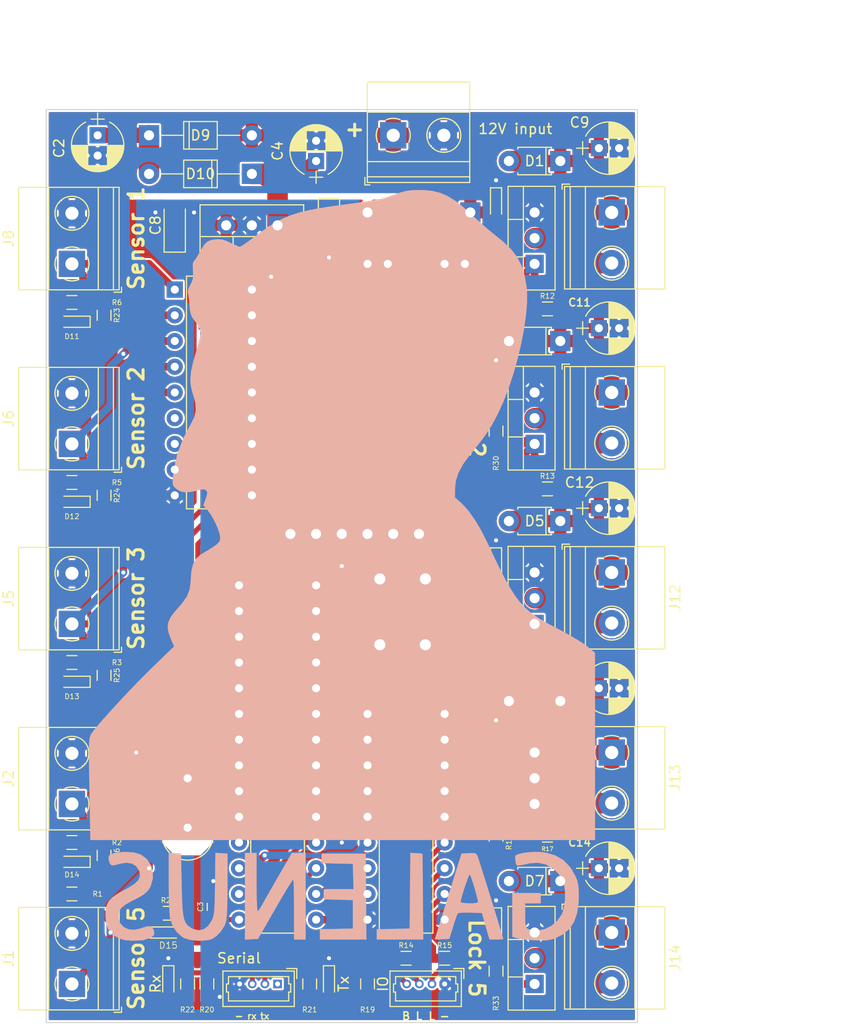
<source format=kicad_pcb>
(kicad_pcb (version 4) (host pcbnew 4.0.7)
  (layers (0 F.Cu signal) (31 B.Cu signal) (34 B.Paste user) (35 F.Paste user) (36 B.SilkS user hide) (37 F.SilkS user) (38 B.Mask user) (39 F.Mask user) (44 Edge.Cuts user))
  (net 0 "")
  (net 1 +12V)
  (net 2 GND)
  (net 3 "Net-(C2-Pad1)")
  (net 4 "Net-(C3-Pad1)")
  (net 5 "Net-(C4-Pad1)")
  (net 6 +5V)
  (net 7 "Net-(D1-Pad2)")
  (net 8 "Net-(D2-Pad2)")
  (net 9 "Net-(D3-Pad2)")
  (net 10 "Net-(D4-Pad2)")
  (net 11 "Net-(D5-Pad2)")
  (net 12 "Net-(D6-Pad2)")
  (net 13 "Net-(D7-Pad2)")
  (net 14 "Net-(D11-Pad2)")
  (net 15 "Net-(D12-Pad2)")
  (net 16 "Net-(D13-Pad2)")
  (net 17 "Net-(D14-Pad2)")
  (net 18 "Net-(D15-Pad2)")
  (net 19 "Net-(D16-Pad2)")
  (net 20 "Net-(D17-Pad2)")
  (net 21 "Net-(D18-Pad2)")
  (net 22 "Net-(D19-Pad2)")
  (net 23 "Net-(D20-Pad2)")
  (net 24 "Net-(D21-Pad2)")
  (net 25 /SI5)
  (net 26 /SI4)
  (net 27 /RESET)
  (net 28 /PGD)
  (net 29 /PGC)
  (net 30 /SER_TX)
  (net 31 /SER_RX)
  (net 32 /SI3)
  (net 33 /SI2)
  (net 34 /LED2)
  (net 35 /LED1)
  (net 36 /Buzzer)
  (net 37 /SI1)
  (net 38 /P1)
  (net 39 /P2)
  (net 40 /P3)
  (net 41 /P4)
  (net 42 /P5)
  (net 43 /SO1)
  (net 44 /SO2)
  (net 45 /SO3)
  (net 46 /SO4)
  (net 47 /SO5)
  (net 48 "Net-(R14-Pad1)")
  (net 49 "Net-(R15-Pad1)")
  (net 50 "Net-(R29-Pad2)")
  (net 51 /PI1)
  (net 52 /PI2)
  (net 53 "Net-(U2-Pad9)")
  (net 54 /PI3)
  (net 55 "Net-(U2-Pad10)")
  (net 56 /PI4)
  (net 57 /L1)
  (net 58 /PI5)
  (net 59 /L2)
  (net 60 /PWM)
  (module Connectors_Molex:Molex_PicoBlade_53047-0410_04x1.25mm_Straight (layer F.Cu) (at 111.76 118.11 180)
    (fp_text reference IO (at 6.096 0 270) (layer F.SilkS))
    (fp_text value OUT)
    (pad 1 thru_hole rect (at 0 0 180) (size 0.85 0.85) (drill 0.5) (layers *.Cu *.Mask) (net 2 GND))
    (pad 2 thru_hole circle (at 1.25 0 180) (size 0.85 0.85) (drill 0.5) (layers *.Cu *.Mask) (net 34 /LED2))
    (pad 3 thru_hole circle (at 2.5 0 180) (size 0.85 0.85) (drill 0.5) (layers *.Cu *.Mask) (net 35 /LED1))
    (pad 4 thru_hole circle (at 3.75 0 180) (size 0.85 0.85) (drill 0.5) (layers *.Cu *.Mask) (net 36 /Buzzer))
  )
  (module Housings_DIP:DIP-28_W7.62mm (layer F.Cu) (at 91.44 78.74)
    (fp_text reference U2 hide)
    (fp_text value PIC18F2550)
    (pad 1 thru_hole rect (at 0 0) (size 1.6 1.6) (drill 0.8) (layers *.Cu *.Mask) (net 27 /RESET))
    (pad 15 thru_hole oval (at 7.62 33.02) (size 1.6 1.6) (drill 0.8) (layers *.Cu *.Mask) (net 57 /L1))
    (pad 2 thru_hole oval (at 0 2.54) (size 1.6 1.6) (drill 0.8) (layers *.Cu *.Mask))
    (pad 16 thru_hole oval (at 7.62 30.48) (size 1.6 1.6) (drill 0.8) (layers *.Cu *.Mask) (net 59 /L2))
    (pad 3 thru_hole oval (at 0 5.08) (size 1.6 1.6) (drill 0.8) (layers *.Cu *.Mask) (net 43 /SO1))
    (pad 17 thru_hole oval (at 7.62 27.94) (size 1.6 1.6) (drill 0.8) (layers *.Cu *.Mask) (net 30 /SER_TX))
    (pad 4 thru_hole oval (at 0 7.62) (size 1.6 1.6) (drill 0.8) (layers *.Cu *.Mask) (net 44 /SO2))
    (pad 18 thru_hole oval (at 7.62 25.4) (size 1.6 1.6) (drill 0.8) (layers *.Cu *.Mask) (net 31 /SER_RX))
    (pad 5 thru_hole oval (at 0 10.16) (size 1.6 1.6) (drill 0.8) (layers *.Cu *.Mask) (net 45 /SO3))
    (pad 19 thru_hole oval (at 7.62 22.86) (size 1.6 1.6) (drill 0.8) (layers *.Cu *.Mask) (net 2 GND))
    (pad 6 thru_hole oval (at 0 12.7) (size 1.6 1.6) (drill 0.8) (layers *.Cu *.Mask) (net 46 /SO4))
    (pad 20 thru_hole oval (at 7.62 20.32) (size 1.6 1.6) (drill 0.8) (layers *.Cu *.Mask) (net 6 +5V))
    (pad 7 thru_hole oval (at 0 15.24) (size 1.6 1.6) (drill 0.8) (layers *.Cu *.Mask) (net 47 /SO5))
    (pad 21 thru_hole oval (at 7.62 17.78) (size 1.6 1.6) (drill 0.8) (layers *.Cu *.Mask) (net 58 /PI5))
    (pad 8 thru_hole oval (at 0 17.78) (size 1.6 1.6) (drill 0.8) (layers *.Cu *.Mask) (net 2 GND))
    (pad 22 thru_hole oval (at 7.62 15.24) (size 1.6 1.6) (drill 0.8) (layers *.Cu *.Mask) (net 56 /PI4))
    (pad 9 thru_hole oval (at 0 20.32) (size 1.6 1.6) (drill 0.8) (layers *.Cu *.Mask) (net 53 "Net-(U2-Pad9)"))
    (pad 23 thru_hole oval (at 7.62 12.7) (size 1.6 1.6) (drill 0.8) (layers *.Cu *.Mask) (net 54 /PI3))
    (pad 10 thru_hole oval (at 0 22.86) (size 1.6 1.6) (drill 0.8) (layers *.Cu *.Mask) (net 55 "Net-(U2-Pad10)"))
    (pad 24 thru_hole oval (at 7.62 10.16) (size 1.6 1.6) (drill 0.8) (layers *.Cu *.Mask) (net 52 /PI2))
    (pad 11 thru_hole oval (at 0 25.4) (size 1.6 1.6) (drill 0.8) (layers *.Cu *.Mask))
    (pad 25 thru_hole oval (at 7.62 7.62) (size 1.6 1.6) (drill 0.8) (layers *.Cu *.Mask) (net 51 /PI1))
    (pad 12 thru_hole oval (at 0 27.94) (size 1.6 1.6) (drill 0.8) (layers *.Cu *.Mask))
    (pad 26 thru_hole oval (at 7.62 5.08) (size 1.6 1.6) (drill 0.8) (layers *.Cu *.Mask) (net 50 "Net-(R29-Pad2)"))
    (pad 13 thru_hole oval (at 0 30.48) (size 1.6 1.6) (drill 0.8) (layers *.Cu *.Mask) (net 60 /PWM))
    (pad 27 thru_hole oval (at 7.62 2.54) (size 1.6 1.6) (drill 0.8) (layers *.Cu *.Mask) (net 29 /PGC))
    (pad 14 thru_hole oval (at 0 33.02) (size 1.6 1.6) (drill 0.8) (layers *.Cu *.Mask) (net 4 "Net-(C3-Pad1)"))
    (pad 28 thru_hole oval (at 7.62 0) (size 1.6 1.6) (drill 0.8) (layers *.Cu *.Mask) (net 28 /PGD))
  )
  (module Capacitors_THT:CP_Radial_D5.0mm_P2.00mm (layer F.Cu) (at 111.76 46.99)
    (fp_text reference C1 (at -1.905 -2.54) (layer F.SilkS))
    (fp_text value 10µ)
    (pad 1 thru_hole rect (at 0 0) (size 1.6 1.6) (drill 0.8) (layers *.Cu *.Mask) (net 1 +12V))
    (pad 2 thru_hole circle (at 2 0) (size 1.6 1.6) (drill 0.8) (layers *.Cu *.Mask) (net 2 GND))
  )
  (module Capacitors_THT:CP_Radial_D5.0mm_P2.00mm (layer F.Cu) (at 77.47 34.29 270)
    (fp_text reference C2 (at 1.27 3.81 270) (layer F.SilkS))
    (fp_text value 10µ hide)
    (pad 1 thru_hole rect (at 0 0 270) (size 1.6 1.6) (drill 0.8) (layers *.Cu *.Mask) (net 3 "Net-(C2-Pad1)"))
    (pad 2 thru_hole circle (at 2 0 270) (size 1.6 1.6) (drill 0.8) (layers *.Cu *.Mask) (net 2 GND))
  )
  (module Capacitors_SMD:C_0603_HandSoldering (layer F.Cu) (at 88.9 110.49 90)
    (fp_text reference C3 (at 0 -1.27 90) (layer F.SilkS) (effects (font (size 0.508 0.508) (thickness 0.0762))))
    (fp_text value 100n hide)
    (pad 1 smd rect (at -0.95 0 90) (size 1.2 0.75) (layers F.Cu F.Paste F.Mask) (net 4 "Net-(C3-Pad1)"))
    (pad 2 smd rect (at 0.95 0 90) (size 1.2 0.75) (layers F.Cu F.Paste F.Mask) (net 2 GND))
  )
  (module Capacitors_THT:CP_Radial_D5.0mm_P2.00mm (layer F.Cu) (at 99.06 36.83 90)
    (fp_text reference C4 (at 1 -3.81 90) (layer F.SilkS))
    (fp_text value 10µ)
    (pad 1 thru_hole rect (at 0 0 90) (size 1.6 1.6) (drill 0.8) (layers *.Cu *.Mask) (net 5 "Net-(C4-Pad1)"))
    (pad 2 thru_hole circle (at 2 0 90) (size 1.6 1.6) (drill 0.8) (layers *.Cu *.Mask) (net 2 GND))
  )
  (module Capacitors_SMD:C_0603_HandSoldering (layer F.Cu) (at 101.6 102.235 270)
    (fp_text reference C5 (at -2.54 0 270) (layer F.SilkS) (effects (font (size 0.508 0.508) (thickness 0.0762))))
    (fp_text value 100n hide)
    (pad 1 smd rect (at -0.95 0 270) (size 1.2 0.75) (layers F.Cu F.Paste F.Mask) (net 6 +5V))
    (pad 2 smd rect (at 0.95 0 270) (size 1.2 0.75) (layers F.Cu F.Paste F.Mask) (net 2 GND))
  )
  (module Capacitors_THT:CP_Radial_D5.0mm_P2.00mm (layer F.Cu) (at 104.14 46.99)
    (fp_text reference C7 (at -1.27 -2.54) (layer F.SilkS))
    (fp_text value 10µ)
    (pad 1 thru_hole rect (at 0 0) (size 1.6 1.6) (drill 0.8) (layers *.Cu *.Mask) (net 6 +5V))
    (pad 2 thru_hole circle (at 2 0) (size 1.6 1.6) (drill 0.8) (layers *.Cu *.Mask) (net 2 GND))
  )
  (module Capacitors_Tantalum_SMD:CP_Tantalum_Case-A_EIA-3216-18_Reflow (layer F.Cu) (at 85.09 43.18 90)
    (fp_text reference C8 (at 0 -1.905 90) (layer F.SilkS))
    (fp_text value 1µ)
    (pad 1 smd rect (at -1.375 0 90) (size 1.95 1.5) (layers F.Cu F.Paste F.Mask) (net 6 +5V))
    (pad 2 smd rect (at 1.375 0 90) (size 1.95 1.5) (layers F.Cu F.Paste F.Mask) (net 2 GND))
  )
  (module Capacitors_THT:CP_Radial_D5.0mm_P2.00mm (layer F.Cu) (at 127 35.56)
    (fp_text reference C9 (at -1.905 -2.54) (layer F.SilkS))
    (fp_text value 10µ hide)
    (pad 1 thru_hole rect (at 0 0) (size 1.6 1.6) (drill 0.8) (layers *.Cu *.Mask) (net 1 +12V))
    (pad 2 thru_hole circle (at 2 0) (size 1.6 1.6) (drill 0.8) (layers *.Cu *.Mask) (net 2 GND))
  )
  (module Capacitors_Tantalum_SMD:CP_Tantalum_Case-A_EIA-3216-18_Reflow (layer F.Cu) (at 97.79 48.26 180)
    (fp_text reference C10 (at 0.635 -1.905 180) (layer F.SilkS))
    (fp_text value 1µ)
    (pad 1 smd rect (at -1.375 0 180) (size 1.95 1.5) (layers F.Cu F.Paste F.Mask) (net 6 +5V))
    (pad 2 smd rect (at 1.375 0 180) (size 1.95 1.5) (layers F.Cu F.Paste F.Mask) (net 2 GND))
  )
  (module Capacitors_THT:CP_Radial_D5.0mm_P2.00mm (layer F.Cu) (at 127 53.34)
    (fp_text reference C11 (at -1.905 -2.54) (layer F.SilkS) (effects (font (size 0.762 0.762))))
    (fp_text value 10µ hide)
    (pad 1 thru_hole rect (at 0 0) (size 1.6 1.6) (drill 0.8) (layers *.Cu *.Mask) (net 1 +12V))
    (pad 2 thru_hole circle (at 2 0) (size 1.6 1.6) (drill 0.8) (layers *.Cu *.Mask) (net 2 GND))
  )
  (module Capacitors_THT:CP_Radial_D5.0mm_P2.00mm (layer F.Cu) (at 127 71.12)
    (fp_text reference C12 (at -1.905 -2.54) (layer F.SilkS))
    (fp_text value 10µ)
    (pad 1 thru_hole rect (at 0 0) (size 1.6 1.6) (drill 0.8) (layers *.Cu *.Mask) (net 1 +12V))
    (pad 2 thru_hole circle (at 2 0) (size 1.6 1.6) (drill 0.8) (layers *.Cu *.Mask) (net 2 GND))
  )
  (module Capacitors_THT:CP_Radial_D5.0mm_P2.00mm (layer F.Cu) (at 127 88.9)
    (fp_text reference C13 (at -1.905 -2.54) (layer F.SilkS) (effects (font (size 0.762 0.762))))
    (fp_text value 10µ)
    (pad 1 thru_hole rect (at 0 0) (size 1.6 1.6) (drill 0.8) (layers *.Cu *.Mask) (net 1 +12V))
    (pad 2 thru_hole circle (at 2 0) (size 1.6 1.6) (drill 0.8) (layers *.Cu *.Mask) (net 2 GND))
  )
  (module Capacitors_THT:CP_Radial_D5.0mm_P2.00mm (layer F.Cu) (at 127 106.68)
    (fp_text reference C14 (at -1.905 -2.54) (layer F.SilkS) (effects (font (size 0.762 0.762))))
    (fp_text value 10µ)
    (pad 1 thru_hole rect (at 0 0) (size 1.6 1.6) (drill 0.8) (layers *.Cu *.Mask) (net 1 +12V))
    (pad 2 thru_hole circle (at 2 0) (size 1.6 1.6) (drill 0.8) (layers *.Cu *.Mask) (net 2 GND))
  )
  (module Diodes_THT:D_T-1_P5.08mm_Horizontal (layer F.Cu) (at 123.19 36.83 180)
    (fp_text reference D1 (at 2.54 0 180) (layer F.SilkS))
    (fp_text value D hide)
    (pad 1 thru_hole rect (at 0 0 180) (size 2 2) (drill 1) (layers *.Cu *.Mask) (net 1 +12V))
    (pad 2 thru_hole oval (at 5.08 0 180) (size 2 2) (drill 1) (layers *.Cu *.Mask) (net 7 "Net-(D1-Pad2)"))
  )
  (module LEDs:LED_0603_HandSoldering (layer F.Cu) (at 84.455 118.11 270)
    (fp_text reference Rx (at 0 1.27 270) (layer F.SilkS))
    (fp_text value LED)
    (pad 1 smd rect (at -1.1 0 270) (size 1.2 0.9) (layers F.Cu F.Paste F.Mask) (net 2 GND))
    (pad 2 smd rect (at 1.1 0 270) (size 1.2 0.9) (layers F.Cu F.Paste F.Mask) (net 8 "Net-(D2-Pad2)"))
  )
  (module LEDs:LED_0603_HandSoldering (layer F.Cu) (at 100.33 118.11 270)
    (fp_text reference Tx (at 0 -1.45 270) (layer F.SilkS))
    (fp_text value LED)
    (pad 1 smd rect (at -1.1 0 270) (size 1.2 0.9) (layers F.Cu F.Paste F.Mask) (net 2 GND))
    (pad 2 smd rect (at 1.1 0 270) (size 1.2 0.9) (layers F.Cu F.Paste F.Mask) (net 9 "Net-(D3-Pad2)"))
  )
  (module Diodes_THT:D_T-1_P5.08mm_Horizontal (layer F.Cu) (at 123.19 54.61 180)
    (fp_text reference D4 hide)
    (fp_text value D hide)
    (pad 1 thru_hole rect (at 0 0 180) (size 2 2) (drill 1) (layers *.Cu *.Mask) (net 1 +12V))
    (pad 2 thru_hole oval (at 5.08 0 180) (size 2 2) (drill 1) (layers *.Cu *.Mask) (net 10 "Net-(D4-Pad2)"))
  )
  (module Diodes_THT:D_T-1_P5.08mm_Horizontal (layer F.Cu) (at 123.19 72.39 180)
    (fp_text reference D5 (at 2.54 0 180) (layer F.SilkS))
    (fp_text value D)
    (pad 1 thru_hole rect (at 0 0 180) (size 2 2) (drill 1) (layers *.Cu *.Mask) (net 1 +12V))
    (pad 2 thru_hole oval (at 5.08 0 180) (size 2 2) (drill 1) (layers *.Cu *.Mask) (net 11 "Net-(D5-Pad2)"))
  )
  (module Diodes_THT:D_T-1_P5.08mm_Horizontal (layer F.Cu) (at 123.19 90.17 180)
    (fp_text reference D6 (at 2.54 0 180) (layer F.SilkS))
    (fp_text value D)
    (pad 1 thru_hole rect (at 0 0 180) (size 2 2) (drill 1) (layers *.Cu *.Mask) (net 1 +12V))
    (pad 2 thru_hole oval (at 5.08 0 180) (size 2 2) (drill 1) (layers *.Cu *.Mask) (net 12 "Net-(D6-Pad2)"))
  )
  (module Diodes_THT:D_T-1_P5.08mm_Horizontal (layer F.Cu) (at 123.19 107.95 180)
    (fp_text reference D7 (at 2.54 0 180) (layer F.SilkS))
    (fp_text value D)
    (pad 1 thru_hole rect (at 0 0 180) (size 2 2) (drill 1) (layers *.Cu *.Mask) (net 1 +12V))
    (pad 2 thru_hole oval (at 5.08 0 180) (size 2 2) (drill 1) (layers *.Cu *.Mask) (net 13 "Net-(D7-Pad2)"))
  )
  (module Diodes_THT:D_T-1_P10.16mm_Horizontal (layer F.Cu) (at 114.3 41.91 180)
    (fp_text reference D8 (at 5.08 0 180) (layer F.SilkS))
    (fp_text value D)
    (pad 1 thru_hole rect (at 0 0 180) (size 2 2) (drill 1) (layers *.Cu *.Mask) (net 1 +12V))
    (pad 2 thru_hole oval (at 10.16 0 180) (size 2 2) (drill 1) (layers *.Cu *.Mask) (net 2 GND))
  )
  (module Diodes_THT:D_T-1_P10.16mm_Horizontal (layer F.Cu) (at 82.55 34.29)
    (fp_text reference D9 (at 5.08 0) (layer F.SilkS))
    (fp_text value D)
    (pad 1 thru_hole rect (at 0 0) (size 2 2) (drill 1) (layers *.Cu *.Mask) (net 3 "Net-(C2-Pad1)"))
    (pad 2 thru_hole oval (at 10.16 0) (size 2 2) (drill 1) (layers *.Cu *.Mask) (net 1 +12V))
  )
  (module Diodes_THT:D_T-1_P10.16mm_Horizontal (layer F.Cu) (at 92.71 38.1 180)
    (fp_text reference D10 (at 5.08 0 180) (layer F.SilkS))
    (fp_text value D)
    (pad 1 thru_hole rect (at 0 0 180) (size 2 2) (drill 1) (layers *.Cu *.Mask) (net 5 "Net-(C4-Pad1)"))
    (pad 2 thru_hole oval (at 10.16 0 180) (size 2 2) (drill 1) (layers *.Cu *.Mask) (net 3 "Net-(C2-Pad1)"))
  )
  (module LEDs:LED_0603_HandSoldering (layer F.Cu) (at 74.93 52.705 180)
    (fp_text reference D11 (at 0 -1.45 180) (layer F.SilkS) (effects (font (size 0.508 0.508) (thickness 0.0762))))
    (fp_text value LED)
    (pad 1 smd rect (at -1.1 0 180) (size 1.2 0.9) (layers F.Cu F.Paste F.Mask) (net 37 /SI1))
    (pad 2 smd rect (at 1.1 0 180) (size 1.2 0.9) (layers F.Cu F.Paste F.Mask) (net 14 "Net-(D11-Pad2)"))
  )
  (module LEDs:LED_0603_HandSoldering (layer F.Cu) (at 74.93 70.485 180)
    (fp_text reference D12 (at 0 -1.45 180) (layer F.SilkS) (effects (font (size 0.508 0.508) (thickness 0.0762))))
    (fp_text value LED)
    (pad 1 smd rect (at -1.1 0 180) (size 1.2 0.9) (layers F.Cu F.Paste F.Mask) (net 33 /SI2))
    (pad 2 smd rect (at 1.1 0 180) (size 1.2 0.9) (layers F.Cu F.Paste F.Mask) (net 15 "Net-(D12-Pad2)"))
  )
  (module LEDs:LED_0603_HandSoldering (layer F.Cu) (at 74.93 88.265 180)
    (fp_text reference D13 (at 0 -1.45 180) (layer F.SilkS) (effects (font (size 0.508 0.508) (thickness 0.0762))))
    (fp_text value LED)
    (pad 1 smd rect (at -1.1 0 180) (size 1.2 0.9) (layers F.Cu F.Paste F.Mask) (net 32 /SI3))
    (pad 2 smd rect (at 1.1 0 180) (size 1.2 0.9) (layers F.Cu F.Paste F.Mask) (net 16 "Net-(D13-Pad2)"))
  )
  (module LEDs:LED_0603_HandSoldering (layer F.Cu) (at 74.93 106.045 180)
    (fp_text reference D14 (at 0 -1.27 180) (layer F.SilkS) (effects (font (size 0.508 0.508) (thickness 0.0762))))
    (fp_text value LED)
    (pad 1 smd rect (at -1.1 0 180) (size 1.2 0.9) (layers F.Cu F.Paste F.Mask) (net 26 /SI4))
    (pad 2 smd rect (at 1.1 0 180) (size 1.2 0.9) (layers F.Cu F.Paste F.Mask) (net 17 "Net-(D14-Pad2)"))
  )
  (module LEDs:LED_0603_HandSoldering (layer F.Cu) (at 84.455 113.03)
    (fp_text reference D15 (at 0 1.27) (layer F.SilkS) (effects (font (size 0.635 0.635) (thickness 0.0762))))
    (fp_text value LED)
    (pad 1 smd rect (at -1.1 0) (size 1.2 0.9) (layers F.Cu F.Paste F.Mask) (net 25 /SI5))
    (pad 2 smd rect (at 1.1 0) (size 1.2 0.9) (layers F.Cu F.Paste F.Mask) (net 18 "Net-(D15-Pad2)"))
  )
  (module LEDs:LED_0603_HandSoldering (layer F.Cu) (at 116.84 41.275 270)
    (fp_text reference D16 hide)
    (fp_text value LED hide)
    (pad 1 smd rect (at -1.1 0 270) (size 1.2 0.9) (layers F.Cu F.Paste F.Mask) (net 2 GND))
    (pad 2 smd rect (at 1.1 0 270) (size 1.2 0.9) (layers F.Cu F.Paste F.Mask) (net 19 "Net-(D16-Pad2)"))
  )
  (module LEDs:LED_0603_HandSoldering (layer F.Cu) (at 101.6 79.375 270)
    (fp_text reference D17 (at 0 -1.45 270) (layer F.SilkS) (effects (font (size 0.508 0.508) (thickness 0.127))))
    (fp_text value LED)
    (pad 1 smd rect (at -1.1 0 270) (size 1.2 0.9) (layers F.Cu F.Paste F.Mask) (net 2 GND))
    (pad 2 smd rect (at 1.1 0 270) (size 1.2 0.9) (layers F.Cu F.Paste F.Mask) (net 20 "Net-(D17-Pad2)"))
  )
  (module LEDs:LED_0603_HandSoldering (layer F.Cu) (at 116.84 59.055 270)
    (fp_text reference D18 hide)
    (fp_text value LED)
    (pad 1 smd rect (at -1.1 0 270) (size 1.2 0.9) (layers F.Cu F.Paste F.Mask) (net 2 GND))
    (pad 2 smd rect (at 1.1 0 270) (size 1.2 0.9) (layers F.Cu F.Paste F.Mask) (net 21 "Net-(D18-Pad2)"))
  )
  (module LEDs:LED_0603_HandSoldering (layer F.Cu) (at 116.84 76.835 270)
    (fp_text reference D19 hide)
    (fp_text value LED)
    (pad 1 smd rect (at -1.1 0 270) (size 1.2 0.9) (layers F.Cu F.Paste F.Mask) (net 2 GND))
    (pad 2 smd rect (at 1.1 0 270) (size 1.2 0.9) (layers F.Cu F.Paste F.Mask) (net 22 "Net-(D19-Pad2)"))
  )
  (module LEDs:LED_0603_HandSoldering (layer F.Cu) (at 116.84 94.615 270)
    (fp_text reference D20 hide)
    (fp_text value LED)
    (pad 1 smd rect (at -1.1 0 270) (size 1.2 0.9) (layers F.Cu F.Paste F.Mask) (net 2 GND))
    (pad 2 smd rect (at 1.1 0 270) (size 1.2 0.9) (layers F.Cu F.Paste F.Mask) (net 23 "Net-(D20-Pad2)"))
  )
  (module LEDs:LED_0603_HandSoldering (layer F.Cu) (at 116.84 112.395 270)
    (fp_text reference D21 hide)
    (fp_text value LED)
    (pad 1 smd rect (at -1.1 0 270) (size 1.2 0.9) (layers F.Cu F.Paste F.Mask) (net 2 GND))
    (pad 2 smd rect (at 1.1 0 270) (size 1.2 0.9) (layers F.Cu F.Paste F.Mask) (net 24 "Net-(D21-Pad2)"))
  )
  (module TerminalBlock_Phoenix:TerminalBlock_Phoenix_MKDS-1,5-2_1x02_P5.00mm_Horizontal (layer F.Cu) (at 74.93 118.11 90)
    (fp_text reference J1 (at 2.5 -6.26 90) (layer F.SilkS))
    (fp_text value S5)
    (pad 1 thru_hole rect (at 0 0 90) (size 2.6 2.6) (drill 1.3) (layers *.Cu *.Mask) (net 25 /SI5))
    (pad 2 thru_hole circle (at 5 0 90) (size 2.6 2.6) (drill 1.3) (layers *.Cu *.Mask) (net 2 GND))
  )
  (module TerminalBlock_Phoenix:TerminalBlock_Phoenix_MKDS-1,5-2_1x02_P5.00mm_Horizontal (layer F.Cu) (at 74.93 100.33 90)
    (fp_text reference J2 (at 2.5 -6.26 90) (layer F.SilkS))
    (fp_text value S4)
    (pad 1 thru_hole rect (at 0 0 90) (size 2.6 2.6) (drill 1.3) (layers *.Cu *.Mask) (net 26 /SI4))
    (pad 2 thru_hole circle (at 5 0 90) (size 2.6 2.6) (drill 1.3) (layers *.Cu *.Mask) (net 2 GND))
  )
  (module Connectors_Molex:Molex_PicoBlade_53047-0410_04x1.25mm_Straight (layer F.Cu) (at 95.25 118.11 180)
    (fp_text reference Serial (at 3.81 2.54 180) (layer F.SilkS))
    (fp_text value SERIAL)
    (pad 1 thru_hole rect (at 0 0 180) (size 0.85 0.85) (drill 0.5) (layers *.Cu *.Mask))
    (pad 2 thru_hole circle (at 1.25 0 180) (size 0.85 0.85) (drill 0.5) (layers *.Cu *.Mask) (net 30 /SER_TX))
    (pad 3 thru_hole circle (at 2.5 0 180) (size 0.85 0.85) (drill 0.5) (layers *.Cu *.Mask) (net 31 /SER_RX))
    (pad 4 thru_hole circle (at 3.75 0 180) (size 0.85 0.85) (drill 0.5) (layers *.Cu *.Mask) (net 2 GND))
  )
  (module TerminalBlock_Phoenix:TerminalBlock_Phoenix_MKDS-1,5-2_1x02_P5.00mm_Horizontal (layer F.Cu) (at 74.93 82.55 90)
    (fp_text reference J5 (at 2.5 -6.26 90) (layer F.SilkS))
    (fp_text value S3)
    (pad 1 thru_hole rect (at 0 0 90) (size 2.6 2.6) (drill 1.3) (layers *.Cu *.Mask) (net 32 /SI3))
    (pad 2 thru_hole circle (at 5 0 90) (size 2.6 2.6) (drill 1.3) (layers *.Cu *.Mask) (net 2 GND))
  )
  (module TerminalBlock_Phoenix:TerminalBlock_Phoenix_MKDS-1,5-2_1x02_P5.00mm_Horizontal (layer F.Cu) (at 74.93 64.77 90)
    (fp_text reference J6 (at 2.5 -6.26 90) (layer F.SilkS))
    (fp_text value S2)
    (pad 1 thru_hole rect (at 0 0 90) (size 2.6 2.6) (drill 1.3) (layers *.Cu *.Mask) (net 33 /SI2))
    (pad 2 thru_hole circle (at 5 0 90) (size 2.6 2.6) (drill 1.3) (layers *.Cu *.Mask) (net 2 GND))
  )
  (module TerminalBlock_Phoenix:TerminalBlock_Phoenix_MKDS-1,5-2_1x02_P5.00mm_Horizontal (layer F.Cu) (at 74.93 46.99 90)
    (fp_text reference J8 (at 2.5 -6.26 90) (layer F.SilkS))
    (fp_text value S1)
    (pad 1 thru_hole rect (at 0 0 90) (size 2.6 2.6) (drill 1.3) (layers *.Cu *.Mask) (net 37 /SI1))
    (pad 2 thru_hole circle (at 5 0 90) (size 2.6 2.6) (drill 1.3) (layers *.Cu *.Mask) (net 2 GND))
  )
  (module TerminalBlock_Phoenix:TerminalBlock_Phoenix_MKDS-1,5-2_1x02_P5.00mm_Horizontal (layer F.Cu) (at 106.68 34.29)
    (fp_text reference "12V input" (at 12.065 -0.635) (layer F.SilkS))
    (fp_text value 12V)
    (pad 1 thru_hole rect (at 0 0) (size 2.6 2.6) (drill 1.3) (layers *.Cu *.Mask) (net 1 +12V))
    (pad 2 thru_hole circle (at 5 0) (size 2.6 2.6) (drill 1.3) (layers *.Cu *.Mask) (net 2 GND))
  )
  (module TerminalBlock_Phoenix:TerminalBlock_Phoenix_MKDS-1,5-2_1x02_P5.00mm_Horizontal (layer F.Cu) (at 128.27 41.91 270)
    (fp_text reference J10 hide)
    (fp_text value D1 hide)
    (pad 1 thru_hole rect (at 0 0 270) (size 2.6 2.6) (drill 1.3) (layers *.Cu *.Mask) (net 1 +12V))
    (pad 2 thru_hole circle (at 5 0 270) (size 2.6 2.6) (drill 1.3) (layers *.Cu *.Mask) (net 7 "Net-(D1-Pad2)"))
  )
  (module TerminalBlock_Phoenix:TerminalBlock_Phoenix_MKDS-1,5-2_1x02_P5.00mm_Horizontal (layer F.Cu) (at 128.27 59.69 270)
    (fp_text reference J11 hide)
    (fp_text value D2 hide)
    (pad 1 thru_hole rect (at 0 0 270) (size 2.6 2.6) (drill 1.3) (layers *.Cu *.Mask) (net 1 +12V))
    (pad 2 thru_hole circle (at 5 0 270) (size 2.6 2.6) (drill 1.3) (layers *.Cu *.Mask) (net 10 "Net-(D4-Pad2)"))
  )
  (module TerminalBlock_Phoenix:TerminalBlock_Phoenix_MKDS-1,5-2_1x02_P5.00mm_Horizontal (layer F.Cu) (at 128.27 77.47 270)
    (fp_text reference J12 (at 2.5 -6.26 270) (layer F.SilkS))
    (fp_text value D3)
    (pad 1 thru_hole rect (at 0 0 270) (size 2.6 2.6) (drill 1.3) (layers *.Cu *.Mask) (net 1 +12V))
    (pad 2 thru_hole circle (at 5 0 270) (size 2.6 2.6) (drill 1.3) (layers *.Cu *.Mask) (net 11 "Net-(D5-Pad2)"))
  )
  (module TerminalBlock_Phoenix:TerminalBlock_Phoenix_MKDS-1,5-2_1x02_P5.00mm_Horizontal (layer F.Cu) (at 128.27 95.25 270)
    (fp_text reference J13 (at 2.5 -6.26 270) (layer F.SilkS))
    (fp_text value D4)
    (pad 1 thru_hole rect (at 0 0 270) (size 2.6 2.6) (drill 1.3) (layers *.Cu *.Mask) (net 1 +12V))
    (pad 2 thru_hole circle (at 5 0 270) (size 2.6 2.6) (drill 1.3) (layers *.Cu *.Mask) (net 12 "Net-(D6-Pad2)"))
  )
  (module TerminalBlock_Phoenix:TerminalBlock_Phoenix_MKDS-1,5-2_1x02_P5.00mm_Horizontal (layer F.Cu) (at 128.27 113.03 270)
    (fp_text reference J14 (at 2.5 -6.26 270) (layer F.SilkS))
    (fp_text value D5)
    (pad 1 thru_hole rect (at 0 0 270) (size 2.6 2.6) (drill 1.3) (layers *.Cu *.Mask) (net 1 +12V))
    (pad 2 thru_hole circle (at 5 0 270) (size 2.6 2.6) (drill 1.3) (layers *.Cu *.Mask) (net 13 "Net-(D7-Pad2)"))
  )
  (module TO_SOT_Packages_THT:TO-220_Vertical (layer F.Cu) (at 120.65 46.99 90)
    (fp_text reference Q1 hide)
    (fp_text value IRFZ44 hide)
    (pad 1 thru_hole rect (at 0 0 90) (size 1.8 1.8) (drill 1) (layers *.Cu *.Mask) (net 38 /P1))
    (pad 2 thru_hole oval (at 2.54 0 90) (size 1.8 1.8) (drill 1) (layers *.Cu *.Mask) (net 7 "Net-(D1-Pad2)"))
    (pad 3 thru_hole oval (at 5.08 0 90) (size 1.8 1.8) (drill 1) (layers *.Cu *.Mask) (net 2 GND))
  )
  (module TO_SOT_Packages_THT:TO-220_Vertical (layer F.Cu) (at 120.65 64.77 90)
    (fp_text reference Q2 hide)
    (fp_text value IRFZ44 hide)
    (pad 1 thru_hole rect (at 0 0 90) (size 1.8 1.8) (drill 1) (layers *.Cu *.Mask) (net 39 /P2))
    (pad 2 thru_hole oval (at 2.54 0 90) (size 1.8 1.8) (drill 1) (layers *.Cu *.Mask) (net 10 "Net-(D4-Pad2)"))
    (pad 3 thru_hole oval (at 5.08 0 90) (size 1.8 1.8) (drill 1) (layers *.Cu *.Mask) (net 2 GND))
  )
  (module TO_SOT_Packages_THT:TO-220_Vertical (layer F.Cu) (at 120.65 82.55 90)
    (fp_text reference Q3 hide)
    (fp_text value IRFZ44)
    (pad 1 thru_hole rect (at 0 0 90) (size 1.8 1.8) (drill 1) (layers *.Cu *.Mask) (net 40 /P3))
    (pad 2 thru_hole oval (at 2.54 0 90) (size 1.8 1.8) (drill 1) (layers *.Cu *.Mask) (net 11 "Net-(D5-Pad2)"))
    (pad 3 thru_hole oval (at 5.08 0 90) (size 1.8 1.8) (drill 1) (layers *.Cu *.Mask) (net 2 GND))
  )
  (module TO_SOT_Packages_THT:TO-220_Vertical (layer F.Cu) (at 120.65 100.33 90)
    (fp_text reference Q4 hide)
    (fp_text value IRFZ44)
    (pad 1 thru_hole rect (at 0 0 90) (size 1.8 1.8) (drill 1) (layers *.Cu *.Mask) (net 41 /P4))
    (pad 2 thru_hole oval (at 2.54 0 90) (size 1.8 1.8) (drill 1) (layers *.Cu *.Mask) (net 12 "Net-(D6-Pad2)"))
    (pad 3 thru_hole oval (at 5.08 0 90) (size 1.8 1.8) (drill 1) (layers *.Cu *.Mask) (net 2 GND))
  )
  (module TO_SOT_Packages_THT:TO-220_Vertical (layer F.Cu) (at 120.65 118.11 90)
    (fp_text reference Q5 hide)
    (fp_text value IRFZ44)
    (pad 1 thru_hole rect (at 0 0 90) (size 1.8 1.8) (drill 1) (layers *.Cu *.Mask) (net 42 /P5))
    (pad 2 thru_hole oval (at 2.54 0 90) (size 1.8 1.8) (drill 1) (layers *.Cu *.Mask) (net 13 "Net-(D7-Pad2)"))
    (pad 3 thru_hole oval (at 5.08 0 90) (size 1.8 1.8) (drill 1) (layers *.Cu *.Mask) (net 2 GND))
  )
  (module Resistors_SMD:R_0603_HandSoldering (layer F.Cu) (at 74.93 109.22 180)
    (fp_text reference R1 (at -2.54 0 180) (layer F.SilkS) (effects (font (size 0.508 0.508) (thickness 0.075))))
    (fp_text value 10k hide)
    (pad 1 smd rect (at -1.1 0 180) (size 1.2 0.9) (layers F.Cu F.Paste F.Mask) (net 25 /SI5))
    (pad 2 smd rect (at 1.1 0 180) (size 1.2 0.9) (layers F.Cu F.Paste F.Mask) (net 1 +12V))
  )
  (module Resistors_SMD:R_0603_HandSoldering (layer F.Cu) (at 74.93 104.14 180)
    (fp_text reference R2 (at -4.445 0 180) (layer F.SilkS) (effects (font (size 0.508 0.508) (thickness 0.0762))))
    (fp_text value 10k hide)
    (pad 1 smd rect (at -1.1 0 180) (size 1.2 0.9) (layers F.Cu F.Paste F.Mask) (net 26 /SI4))
    (pad 2 smd rect (at 1.1 0 180) (size 1.2 0.9) (layers F.Cu F.Paste F.Mask) (net 1 +12V))
  )
  (module Resistors_SMD:R_0603_HandSoldering (layer F.Cu) (at 74.93 86.36 180)
    (fp_text reference R3 (at -4.445 0 180) (layer F.SilkS) (effects (font (size 0.508 0.508) (thickness 0.0762))))
    (fp_text value 10k hide)
    (pad 1 smd rect (at -1.1 0 180) (size 1.2 0.9) (layers F.Cu F.Paste F.Mask) (net 32 /SI3))
    (pad 2 smd rect (at 1.1 0 180) (size 1.2 0.9) (layers F.Cu F.Paste F.Mask) (net 1 +12V))
  )
  (module Resistors_SMD:R_0603_HandSoldering (layer F.Cu) (at 107.95 69.85 180)
    (fp_text reference R4 (at 0 0 180) (layer F.SilkS) (effects (font (size 0.4 0.4) (thickness 0.075))))
    (fp_text value 10k hide)
    (pad 1 smd rect (at -1.1 0 180) (size 1.2 0.9) (layers F.Cu F.Paste F.Mask) (net 27 /RESET))
    (pad 2 smd rect (at 1.1 0 180) (size 1.2 0.9) (layers F.Cu F.Paste F.Mask) (net 6 +5V))
  )
  (module Resistors_SMD:R_0603_HandSoldering (layer F.Cu) (at 74.93 68.58 180)
    (fp_text reference R5 (at -4.445 0 180) (layer F.SilkS) (effects (font (size 0.508 0.508) (thickness 0.0762))))
    (fp_text value 10k hide)
    (pad 1 smd rect (at -1.1 0 180) (size 1.2 0.9) (layers F.Cu F.Paste F.Mask) (net 33 /SI2))
    (pad 2 smd rect (at 1.1 0 180) (size 1.2 0.9) (layers F.Cu F.Paste F.Mask) (net 1 +12V))
  )
  (module Resistors_SMD:R_0603_HandSoldering (layer F.Cu) (at 74.93 50.8 180)
    (fp_text reference R6 (at -4.445 0 180) (layer F.SilkS) (effects (font (size 0.508 0.508) (thickness 0.0762))))
    (fp_text value 10k hide)
    (pad 1 smd rect (at -1.1 0 180) (size 1.2 0.9) (layers F.Cu F.Paste F.Mask) (net 37 /SI1))
    (pad 2 smd rect (at 1.1 0 180) (size 1.2 0.9) (layers F.Cu F.Paste F.Mask) (net 1 +12V))
  )
  (module Resistors_SMD:R_0603_HandSoldering (layer F.Cu) (at 97.79 53.34)
    (fp_text reference R7 (at 0 -1.27) (layer F.SilkS) (effects (font (size 0.508 0.508) (thickness 0.0762))))
    (fp_text value 10k hide)
    (pad 1 smd rect (at -1.1 0) (size 1.2 0.9) (layers F.Cu F.Paste F.Mask) (net 47 /SO5))
    (pad 2 smd rect (at 1.1 0) (size 1.2 0.9) (layers F.Cu F.Paste F.Mask) (net 6 +5V))
  )
  (module Resistors_SMD:R_0603_HandSoldering (layer F.Cu) (at 97.79 55.88)
    (fp_text reference R8 (at 0 -1.27) (layer F.SilkS) (effects (font (size 0.508 0.508) (thickness 0.0762))))
    (fp_text value 10k hide)
    (pad 1 smd rect (at -1.1 0) (size 1.2 0.9) (layers F.Cu F.Paste F.Mask) (net 46 /SO4))
    (pad 2 smd rect (at 1.1 0) (size 1.2 0.9) (layers F.Cu F.Paste F.Mask) (net 6 +5V))
  )
  (module Resistors_SMD:R_0603_HandSoldering (layer F.Cu) (at 97.79 58.42)
    (fp_text reference R9 (at 0 -1.27) (layer F.SilkS) (effects (font (size 0.508 0.508) (thickness 0.0762))))
    (fp_text value 10k hide)
    (pad 1 smd rect (at -1.1 0) (size 1.2 0.9) (layers F.Cu F.Paste F.Mask) (net 45 /SO3))
    (pad 2 smd rect (at 1.1 0) (size 1.2 0.9) (layers F.Cu F.Paste F.Mask) (net 6 +5V))
  )
  (module Resistors_SMD:R_0603_HandSoldering (layer F.Cu) (at 97.79 60.96)
    (fp_text reference R10 (at 0 -1.27) (layer F.SilkS) (effects (font (size 0.508 0.508) (thickness 0.0762))))
    (fp_text value 10k hide)
    (pad 1 smd rect (at -1.1 0) (size 1.2 0.9) (layers F.Cu F.Paste F.Mask) (net 44 /SO2))
    (pad 2 smd rect (at 1.1 0) (size 1.2 0.9) (layers F.Cu F.Paste F.Mask) (net 6 +5V))
  )
  (module Resistors_SMD:R_0603_HandSoldering (layer F.Cu) (at 97.79 63.5)
    (fp_text reference R11 (at 0 -1.27) (layer F.SilkS) (effects (font (size 0.508 0.508) (thickness 0.0762))))
    (fp_text value 10k hide)
    (pad 1 smd rect (at -1.1 0) (size 1.2 0.9) (layers F.Cu F.Paste F.Mask) (net 43 /SO1))
    (pad 2 smd rect (at 1.1 0) (size 1.2 0.9) (layers F.Cu F.Paste F.Mask) (net 6 +5V))
  )
  (module Resistors_SMD:R_0603_HandSoldering (layer F.Cu) (at 121.92 51.435)
    (fp_text reference R12 (at 0 -1.27) (layer F.SilkS) (effects (font (size 0.508 0.508) (thickness 0.075))))
    (fp_text value 10k hide)
    (pad 1 smd rect (at -1.1 0) (size 1.2 0.9) (layers F.Cu F.Paste F.Mask) (net 38 /P1))
    (pad 2 smd rect (at 1.1 0) (size 1.2 0.9) (layers F.Cu F.Paste F.Mask) (net 1 +12V))
  )
  (module Resistors_SMD:R_0603_HandSoldering (layer F.Cu) (at 121.92 69.215)
    (fp_text reference R13 (at 0 -1.27) (layer F.SilkS) (effects (font (size 0.508 0.508) (thickness 0.075))))
    (fp_text value 10k hide)
    (pad 1 smd rect (at -1.1 0) (size 1.2 0.9) (layers F.Cu F.Paste F.Mask) (net 39 /P2))
    (pad 2 smd rect (at 1.1 0) (size 1.2 0.9) (layers F.Cu F.Paste F.Mask) (net 1 +12V))
  )
  (module Resistors_SMD:R_0603_HandSoldering (layer F.Cu) (at 107.95 115.57 180)
    (fp_text reference R14 (at 0 1.27 180) (layer F.SilkS) (effects (font (size 0.508 0.508) (thickness 0.075))))
    (fp_text value 511 hide)
    (pad 1 smd rect (at -1.1 0 180) (size 1.2 0.9) (layers F.Cu F.Paste F.Mask) (net 48 "Net-(R14-Pad1)"))
    (pad 2 smd rect (at 1.1 0 180) (size 1.2 0.9) (layers F.Cu F.Paste F.Mask) (net 35 /LED1))
  )
  (module Resistors_SMD:R_0603_HandSoldering (layer F.Cu) (at 111.76 115.57)
    (fp_text reference R15 (at 0 -1.27) (layer F.SilkS) (effects (font (size 0.508 0.508) (thickness 0.075))))
    (fp_text value 511 hide)
    (pad 1 smd rect (at -1.1 0) (size 1.2 0.9) (layers F.Cu F.Paste F.Mask) (net 49 "Net-(R15-Pad1)"))
    (pad 2 smd rect (at 1.1 0) (size 1.2 0.9) (layers F.Cu F.Paste F.Mask) (net 34 /LED2))
  )
  (module Resistors_SMD:R_0603_HandSoldering (layer F.Cu) (at 121.92 86.995)
    (fp_text reference R16 (at 0 -1.27) (layer F.SilkS) (effects (font (size 0.508 0.508) (thickness 0.075))))
    (fp_text value 10k hide)
    (pad 1 smd rect (at -1.1 0) (size 1.2 0.9) (layers F.Cu F.Paste F.Mask) (net 40 /P3))
    (pad 2 smd rect (at 1.1 0) (size 1.2 0.9) (layers F.Cu F.Paste F.Mask) (net 1 +12V))
  )
  (module Resistors_SMD:R_0603_HandSoldering (layer F.Cu) (at 121.92 104.775)
    (fp_text reference R17 (at 0 0) (layer F.SilkS) (effects (font (size 0.4 0.4) (thickness 0.075))))
    (fp_text value 10k hide)
    (pad 1 smd rect (at -1.1 0) (size 1.2 0.9) (layers F.Cu F.Paste F.Mask) (net 41 /P4))
    (pad 2 smd rect (at 1.1 0) (size 1.2 0.9) (layers F.Cu F.Paste F.Mask) (net 1 +12V))
  )
  (module Resistors_SMD:R_0603_HandSoldering (layer F.Cu) (at 116.84 103.505 270)
    (fp_text reference R18 (at 0.635 -1.27 270) (layer F.SilkS) (effects (font (size 0.508 0.508) (thickness 0.075))))
    (fp_text value 10k hide)
    (pad 1 smd rect (at -1.1 0 270) (size 1.2 0.9) (layers F.Cu F.Paste F.Mask) (net 42 /P5))
    (pad 2 smd rect (at 1.1 0 270) (size 1.2 0.9) (layers F.Cu F.Paste F.Mask) (net 1 +12V))
  )
  (module Resistors_SMD:R_0603_HandSoldering (layer F.Cu) (at 104.14 118.11 90)
    (fp_text reference R19 (at -2.54 0 180) (layer F.SilkS) (effects (font (size 0.508 0.508) (thickness 0.075))))
    (fp_text value 10k hide)
    (pad 1 smd rect (at -1.1 0 90) (size 1.2 0.9) (layers F.Cu F.Paste F.Mask) (net 1 +12V))
    (pad 2 smd rect (at 1.1 0 90) (size 1.2 0.9) (layers F.Cu F.Paste F.Mask) (net 36 /Buzzer))
  )
  (module Resistors_SMD:R_0603_HandSoldering (layer F.Cu) (at 88.265 118.11 90)
    (fp_text reference R20 (at -2.54 0 180) (layer F.SilkS) (effects (font (size 0.508 0.508) (thickness 0.075))))
    (fp_text value 10k hide)
    (pad 1 smd rect (at -1.1 0 90) (size 1.2 0.9) (layers F.Cu F.Paste F.Mask) (net 2 GND))
    (pad 2 smd rect (at 1.1 0 90) (size 1.2 0.9) (layers F.Cu F.Paste F.Mask) (net 31 /SER_RX))
  )
  (module Resistors_SMD:R_0603_HandSoldering (layer F.Cu) (at 98.425 118.11 90)
    (fp_text reference R21 (at -2.54 0 180) (layer F.SilkS) (effects (font (size 0.508 0.508) (thickness 0.075))))
    (fp_text value 511 hide)
    (pad 1 smd rect (at -1.1 0 90) (size 1.2 0.9) (layers F.Cu F.Paste F.Mask) (net 9 "Net-(D3-Pad2)"))
    (pad 2 smd rect (at 1.1 0 90) (size 1.2 0.9) (layers F.Cu F.Paste F.Mask) (net 30 /SER_TX))
  )
  (module Resistors_SMD:R_0603_HandSoldering (layer F.Cu) (at 86.36 118.11 90)
    (fp_text reference R22 (at -2.54 0 180) (layer F.SilkS) (effects (font (size 0.508 0.508) (thickness 0.075))))
    (fp_text value 511 hide)
    (pad 1 smd rect (at -1.1 0 90) (size 1.2 0.9) (layers F.Cu F.Paste F.Mask) (net 8 "Net-(D2-Pad2)"))
    (pad 2 smd rect (at 1.1 0 90) (size 1.2 0.9) (layers F.Cu F.Paste F.Mask) (net 31 /SER_RX))
  )
  (module Resistors_SMD:R_0603_HandSoldering (layer F.Cu) (at 78.105 52.07 90)
    (fp_text reference R23 (at 0 1.27 90) (layer F.SilkS) (effects (font (size 0.508 0.508) (thickness 0.0762))))
    (fp_text value 511 hide)
    (pad 1 smd rect (at -1.1 0 90) (size 1.2 0.9) (layers F.Cu F.Paste F.Mask) (net 14 "Net-(D11-Pad2)"))
    (pad 2 smd rect (at 1.1 0 90) (size 1.2 0.9) (layers F.Cu F.Paste F.Mask) (net 6 +5V))
  )
  (module Resistors_SMD:R_0603_HandSoldering (layer F.Cu) (at 78.105 69.85 90)
    (fp_text reference R24 (at 0 1.27 90) (layer F.SilkS) (effects (font (size 0.508 0.508) (thickness 0.0762))))
    (fp_text value 511 hide)
    (pad 1 smd rect (at -1.1 0 90) (size 1.2 0.9) (layers F.Cu F.Paste F.Mask) (net 15 "Net-(D12-Pad2)"))
    (pad 2 smd rect (at 1.1 0 90) (size 1.2 0.9) (layers F.Cu F.Paste F.Mask) (net 6 +5V))
  )
  (module Resistors_SMD:R_0603_HandSoldering (layer F.Cu) (at 78.105 87.63 90)
    (fp_text reference R25 (at 0 1.27 90) (layer F.SilkS) (effects (font (size 0.508 0.508) (thickness 0.0762))))
    (fp_text value 511 hide)
    (pad 1 smd rect (at -1.1 0 90) (size 1.2 0.9) (layers F.Cu F.Paste F.Mask) (net 16 "Net-(D13-Pad2)"))
    (pad 2 smd rect (at 1.1 0 90) (size 1.2 0.9) (layers F.Cu F.Paste F.Mask) (net 6 +5V))
  )
  (module Resistors_SMD:R_0603_HandSoldering (layer F.Cu) (at 78.105 105.41 90)
    (fp_text reference R26 (at 0 1.27 90) (layer F.SilkS) (effects (font (size 0.508 0.508) (thickness 0.075))))
    (fp_text value 511 hide)
    (pad 1 smd rect (at -1.1 0 90) (size 1.2 0.9) (layers F.Cu F.Paste F.Mask) (net 17 "Net-(D14-Pad2)"))
    (pad 2 smd rect (at 1.1 0 90) (size 1.2 0.9) (layers F.Cu F.Paste F.Mask) (net 6 +5V))
  )
  (module Resistors_SMD:R_0603_HandSoldering (layer F.Cu) (at 84.455 111.125 180)
    (fp_text reference R27 (at 0 1.27 180) (layer F.SilkS) (effects (font (size 0.508 0.508) (thickness 0.075))))
    (fp_text value 511 hide)
    (pad 1 smd rect (at -1.1 0 180) (size 1.2 0.9) (layers F.Cu F.Paste F.Mask) (net 18 "Net-(D15-Pad2)"))
    (pad 2 smd rect (at 1.1 0 180) (size 1.2 0.9) (layers F.Cu F.Paste F.Mask) (net 6 +5V))
  )
  (module Resistors_SMD:R_0603_HandSoldering (layer F.Cu) (at 116.84 45.72 270)
    (fp_text reference R28 (at 2.54 0 360) (layer F.SilkS) (effects (font (size 0.508 0.508) (thickness 0.075))))
    (fp_text value 1.2k hide)
    (pad 1 smd rect (at -1.1 0 270) (size 1.2 0.9) (layers F.Cu F.Paste F.Mask) (net 19 "Net-(D16-Pad2)"))
    (pad 2 smd rect (at 1.1 0 270) (size 1.2 0.9) (layers F.Cu F.Paste F.Mask) (net 38 /P1))
  )
  (module Resistors_SMD:R_0603_HandSoldering (layer F.Cu) (at 101.6 83.82 270)
    (fp_text reference R29 (at 0 -1.27 270) (layer F.SilkS) (effects (font (size 0.508 0.508) (thickness 0.075))))
    (fp_text value 511 hide)
    (pad 1 smd rect (at -1.1 0 270) (size 1.2 0.9) (layers F.Cu F.Paste F.Mask) (net 20 "Net-(D17-Pad2)"))
    (pad 2 smd rect (at 1.1 0 270) (size 1.2 0.9) (layers F.Cu F.Paste F.Mask) (net 50 "Net-(R29-Pad2)"))
  )
  (module Resistors_SMD:R_0603_HandSoldering (layer F.Cu) (at 116.84 63.5 270)
    (fp_text reference R30 (at 3.175 0 270) (layer F.SilkS) (effects (font (size 0.508 0.508) (thickness 0.075))))
    (fp_text value 1.2k hide)
    (pad 1 smd rect (at -1.1 0 270) (size 1.2 0.9) (layers F.Cu F.Paste F.Mask) (net 21 "Net-(D18-Pad2)"))
    (pad 2 smd rect (at 1.1 0 270) (size 1.2 0.9) (layers F.Cu F.Paste F.Mask) (net 39 /P2))
  )
  (module Resistors_SMD:R_0603_HandSoldering (layer F.Cu) (at 116.84 81.28 270)
    (fp_text reference R31 (at 3.175 0 270) (layer F.SilkS) (effects (font (size 0.508 0.508) (thickness 0.075))))
    (fp_text value 1.2k hide)
    (pad 1 smd rect (at -1.1 0 270) (size 1.2 0.9) (layers F.Cu F.Paste F.Mask) (net 22 "Net-(D19-Pad2)"))
    (pad 2 smd rect (at 1.1 0 270) (size 1.2 0.9) (layers F.Cu F.Paste F.Mask) (net 40 /P3))
  )
  (module Resistors_SMD:R_0603_HandSoldering (layer F.Cu) (at 116.84 99.06 270)
    (fp_text reference R32 (at -0.635 -1.905 270) (layer F.SilkS) (effects (font (size 0.508 0.508) (thickness 0.075))))
    (fp_text value 1.2k hide)
    (pad 1 smd rect (at -1.1 0 270) (size 1.2 0.9) (layers F.Cu F.Paste F.Mask) (net 23 "Net-(D20-Pad2)"))
    (pad 2 smd rect (at 1.1 0 270) (size 1.2 0.9) (layers F.Cu F.Paste F.Mask) (net 41 /P4))
  )
  (module Resistors_SMD:R_0603_HandSoldering (layer F.Cu) (at 116.84 116.84 270)
    (fp_text reference R33 (at 3.175 0 270) (layer F.SilkS) (effects (font (size 0.508 0.508) (thickness 0.075))))
    (fp_text value 1.2k hide)
    (pad 1 smd rect (at -1.1 0 270) (size 1.2 0.9) (layers F.Cu F.Paste F.Mask) (net 24 "Net-(D21-Pad2)"))
    (pad 2 smd rect (at 1.1 0 270) (size 1.2 0.9) (layers F.Cu F.Paste F.Mask) (net 42 /P5))
  )
  (module Buttons_Switches_THT:SW_PUSH_6mm (layer F.Cu) (at 109.855 78.105 270)
    (fp_text reference Reset (at 3.175 -2.54 450) (layer F.SilkS))
    (fp_text value SW_Push)
    (pad 2 thru_hole circle (at 0 4.5) (size 2 2) (drill 1.1) (layers *.Cu *.Mask) (net 27 /RESET))
    (pad 1 thru_hole circle (at 0 0) (size 2 2) (drill 1.1) (layers *.Cu *.Mask) (net 2 GND))
    (pad 2 thru_hole circle (at 6.5 4.5) (size 2 2) (drill 1.1) (layers *.Cu *.Mask) (net 27 /RESET))
    (pad 1 thru_hole circle (at 6.5 0) (size 2 2) (drill 1.1) (layers *.Cu *.Mask) (net 2 GND))
  )
  (module Housings_DIP:DIP-18_W7.62mm (layer F.Cu) (at 85.09 49.53)
    (fp_text reference U1 hide)
    (fp_text value Output)
    (pad 1 thru_hole rect (at 0 0) (size 1.6 1.6) (drill 0.8) (layers *.Cu *.Mask) (net 37 /SI1))
    (pad 10 thru_hole oval (at 7.62 20.32) (size 1.6 1.6) (drill 0.8) (layers *.Cu *.Mask) (net 6 +5V))
    (pad 2 thru_hole oval (at 0 2.54) (size 1.6 1.6) (drill 0.8) (layers *.Cu *.Mask) (net 33 /SI2))
    (pad 11 thru_hole oval (at 7.62 17.78) (size 1.6 1.6) (drill 0.8) (layers *.Cu *.Mask))
    (pad 3 thru_hole oval (at 0 5.08) (size 1.6 1.6) (drill 0.8) (layers *.Cu *.Mask) (net 32 /SI3))
    (pad 12 thru_hole oval (at 7.62 15.24) (size 1.6 1.6) (drill 0.8) (layers *.Cu *.Mask))
    (pad 4 thru_hole oval (at 0 7.62) (size 1.6 1.6) (drill 0.8) (layers *.Cu *.Mask) (net 26 /SI4))
    (pad 13 thru_hole oval (at 7.62 12.7) (size 1.6 1.6) (drill 0.8) (layers *.Cu *.Mask))
    (pad 5 thru_hole oval (at 0 10.16) (size 1.6 1.6) (drill 0.8) (layers *.Cu *.Mask) (net 25 /SI5))
    (pad 14 thru_hole oval (at 7.62 10.16) (size 1.6 1.6) (drill 0.8) (layers *.Cu *.Mask) (net 43 /SO1))
    (pad 6 thru_hole oval (at 0 12.7) (size 1.6 1.6) (drill 0.8) (layers *.Cu *.Mask))
    (pad 15 thru_hole oval (at 7.62 7.62) (size 1.6 1.6) (drill 0.8) (layers *.Cu *.Mask) (net 44 /SO2))
    (pad 7 thru_hole oval (at 0 15.24) (size 1.6 1.6) (drill 0.8) (layers *.Cu *.Mask))
    (pad 16 thru_hole oval (at 7.62 5.08) (size 1.6 1.6) (drill 0.8) (layers *.Cu *.Mask) (net 45 /SO3))
    (pad 8 thru_hole oval (at 0 17.78) (size 1.6 1.6) (drill 0.8) (layers *.Cu *.Mask))
    (pad 17 thru_hole oval (at 7.62 2.54) (size 1.6 1.6) (drill 0.8) (layers *.Cu *.Mask) (net 46 /SO4))
    (pad 9 thru_hole oval (at 0 20.32) (size 1.6 1.6) (drill 0.8) (layers *.Cu *.Mask) (net 2 GND))
    (pad 18 thru_hole oval (at 7.62 0) (size 1.6 1.6) (drill 0.8) (layers *.Cu *.Mask) (net 47 /SO5))
  )
  (module Housings_DIP:DIP-18_W7.62mm (layer F.Cu) (at 104.14 91.44)
    (fp_text reference U3 hide)
    (fp_text value Output)
    (pad 1 thru_hole rect (at 0 0) (size 1.6 1.6) (drill 0.8) (layers *.Cu *.Mask) (net 51 /PI1))
    (pad 10 thru_hole oval (at 7.62 20.32) (size 1.6 1.6) (drill 0.8) (layers *.Cu *.Mask) (net 1 +12V))
    (pad 2 thru_hole oval (at 0 2.54) (size 1.6 1.6) (drill 0.8) (layers *.Cu *.Mask) (net 52 /PI2))
    (pad 11 thru_hole oval (at 7.62 17.78) (size 1.6 1.6) (drill 0.8) (layers *.Cu *.Mask) (net 49 "Net-(R15-Pad1)"))
    (pad 3 thru_hole oval (at 0 5.08) (size 1.6 1.6) (drill 0.8) (layers *.Cu *.Mask) (net 54 /PI3))
    (pad 12 thru_hole oval (at 7.62 15.24) (size 1.6 1.6) (drill 0.8) (layers *.Cu *.Mask) (net 48 "Net-(R14-Pad1)"))
    (pad 4 thru_hole oval (at 0 7.62) (size 1.6 1.6) (drill 0.8) (layers *.Cu *.Mask) (net 56 /PI4))
    (pad 13 thru_hole oval (at 7.62 12.7) (size 1.6 1.6) (drill 0.8) (layers *.Cu *.Mask) (net 36 /Buzzer))
    (pad 5 thru_hole oval (at 0 10.16) (size 1.6 1.6) (drill 0.8) (layers *.Cu *.Mask) (net 58 /PI5))
    (pad 14 thru_hole oval (at 7.62 10.16) (size 1.6 1.6) (drill 0.8) (layers *.Cu *.Mask) (net 42 /P5))
    (pad 6 thru_hole oval (at 0 12.7) (size 1.6 1.6) (drill 0.8) (layers *.Cu *.Mask) (net 60 /PWM))
    (pad 15 thru_hole oval (at 7.62 7.62) (size 1.6 1.6) (drill 0.8) (layers *.Cu *.Mask) (net 41 /P4))
    (pad 7 thru_hole oval (at 0 15.24) (size 1.6 1.6) (drill 0.8) (layers *.Cu *.Mask) (net 59 /L2))
    (pad 16 thru_hole oval (at 7.62 5.08) (size 1.6 1.6) (drill 0.8) (layers *.Cu *.Mask) (net 40 /P3))
    (pad 8 thru_hole oval (at 0 17.78) (size 1.6 1.6) (drill 0.8) (layers *.Cu *.Mask) (net 57 /L1))
    (pad 17 thru_hole oval (at 7.62 2.54) (size 1.6 1.6) (drill 0.8) (layers *.Cu *.Mask) (net 39 /P2))
    (pad 9 thru_hole oval (at 0 20.32) (size 1.6 1.6) (drill 0.8) (layers *.Cu *.Mask) (net 2 GND))
    (pad 18 thru_hole oval (at 7.62 0) (size 1.6 1.6) (drill 0.8) (layers *.Cu *.Mask) (net 38 /P1))
  )
  (module TO_SOT_Packages_THT:TO-220_Vertical (layer F.Cu) (at 95.25 43.18 180)
    (fp_text reference U4 hide)
    (fp_text value L7805)
    (pad 1 thru_hole rect (at 0 0 180) (size 1.8 1.8) (drill 1) (layers *.Cu *.Mask) (net 5 "Net-(C4-Pad1)"))
    (pad 2 thru_hole oval (at 2.54 0 180) (size 1.8 1.8) (drill 1) (layers *.Cu *.Mask) (net 2 GND))
    (pad 3 thru_hole oval (at 5.08 0 180) (size 1.8 1.8) (drill 1) (layers *.Cu *.Mask) (net 6 +5V))
  )
  (module Crystals:Crystal_HC49-U_Vertical (layer F.Cu) (at 86.36 97.79 270)
    (fp_text reference 16MHz (at -6.985 0 270) (layer F.SilkS))
    (fp_text value Crystal)
    (pad 1 thru_hole circle (at 0 0 270) (size 1.5 1.5) (drill 0.8) (layers *.Cu *.Mask) (net 53 "Net-(U2-Pad9)"))
    (pad 2 thru_hole circle (at 4.88 0 270) (size 1.5 1.5) (drill 0.8) (layers *.Cu *.Mask) (net 55 "Net-(U2-Pad10)"))
  )
  (module Capacitors_Tantalum_SMD:CP_Tantalum_Case-A_EIA-3216-18_Reflow (layer F.Cu) (at 100.33 43.18 270)
    (fp_text reference C6 (at 0 1.905 270) (layer F.SilkS))
    (fp_text value 1µ)
    (pad 1 smd rect (at -1.375 0 270) (size 1.95 1.5) (layers F.Cu F.Paste F.Mask) (net 5 "Net-(C4-Pad1)"))
    (pad 2 smd rect (at 1.375 0 270) (size 1.95 1.5) (layers F.Cu F.Paste F.Mask) (net 2 GND))
  )
  (module Pin_Headers:Pin_Header_Straight_1x06_Pitch2.54mm (layer F.Cu) (at 109.22 73.66 270)
    (fp_text reference PGM (at 0 -2.33 270) (layer F.SilkS))
    (fp_text value PGM)
    (pad 1 thru_hole rect (at 0 0 270) (size 1.7 1.7) (drill 1) (layers *.Cu *.Mask) (net 27 /RESET))
    (pad 2 thru_hole oval (at 0 2.54 270) (size 1.7 1.7) (drill 1) (layers *.Cu *.Mask) (net 6 +5V))
    (pad 3 thru_hole oval (at 0 5.08 270) (size 1.7 1.7) (drill 1) (layers *.Cu *.Mask) (net 2 GND))
    (pad 4 thru_hole oval (at 0 7.62 270) (size 1.7 1.7) (drill 1) (layers *.Cu *.Mask) (net 28 /PGD))
    (pad 5 thru_hole oval (at 0 10.16 270) (size 1.7 1.7) (drill 1) (layers *.Cu *.Mask) (net 29 /PGC))
    (pad 6 thru_hole oval (at 0 12.7 270) (size 1.7 1.7) (drill 1) (layers *.Cu *.Mask))
  )
  (module panda:LOGO3 (layer F.Cu) (at 107.95 54.61)
    (fp_text reference G*** hide)
    (fp_text value LOGO hide)
  )
  (module KiCadLogos:galenus80_50 (layer B.Cu) (at 101.6 77.47 180)
    (fp_text reference G*** hide)
    (fp_text value LOGO hide)
  )
  (gr_text "iCab V1" (at 101.6 54.61 90) (layer F.SilkS) (effects (font (size 1.5 1.5) (thickness 0.3))))
  (gr_text "Sensor 1 -> RA5\nSensor 2 -> RA4\nSensor 3 -> RA3\nSensor 4 -> RA2\nSensor 5 -> RA1" (at 100.33 68.58) (layer F.SilkS) (effects (font (size 0.762 0.762) (thickness 0.127))))
  (gr_text "RB4 -> Lock 1\nRB3 -> Lock 2\nRB2 -> Lock 3\nRB1 -> Lock 4\nRB0 -> Lock 5" (at 107.95 62.23) (layer F.SilkS) (effects (font (size 0.762 0.762) (thickness 0.127))))
  (gr_text "Lock 5" (at 114.935 115.57 270) (layer F.SilkS) (effects (font (size 1.5 1.5) (thickness 0.3))))
  (gr_text "Lock 4" (at 114.935 97.79 270) (layer F.SilkS) (effects (font (size 1.5 1.5) (thickness 0.3))))
  (gr_text "Lock 3" (at 114.935 80.01 270) (layer F.SilkS) (effects (font (size 1.5 1.5) (thickness 0.3))))
  (gr_text "Lock 2" (at 114.935 62.23 270) (layer F.SilkS) (effects (font (size 1.5 1.5) (thickness 0.3))))
  (gr_text "Sensor 5" (at 81.28 115.57 90) (layer F.SilkS) (effects (font (size 1.5 1.5) (thickness 0.3))))
  (gr_text "Sensor 4" (at 81.28 97.79 90) (layer F.SilkS) (effects (font (size 1.5 1.5) (thickness 0.3))))
  (gr_text "Sensor 3" (at 81.28 80.01 90) (layer F.SilkS) (effects (font (size 1.5 1.5) (thickness 0.3))))
  (gr_text "Sensor 2" (at 81.28 62.23 90) (layer F.SilkS) (effects (font (size 1.5 1.5) (thickness 0.3))))
  (gr_text "Sensor 1" (at 81.28 44.45 90) (layer F.SilkS) (effects (font (size 1.5 1.5) (thickness 0.3))))
  (gr_text tx (at 93.98 121.285) (layer F.SilkS) (effects (font (size 0.635 0.635) (thickness 0.127))))
  (gr_text rx (at 92.71 121.285) (layer F.SilkS) (effects (font (size 0.635 0.635) (thickness 0.127))))
  (gr_text - (at 91.44 121.285) (layer F.SilkS) (effects (font (size 0.635 0.635) (thickness 0.15875)) (justify mirror)))
  (gr_text - (at 111.76 121.285) (layer F.SilkS) (effects (font (size 0.762 0.762) (thickness 0.1524))))
  (gr_text L (at 110.49 121.285) (layer F.SilkS) (effects (font (size 0.762 0.762) (thickness 0.1524))))
  (gr_text L (at 109.22 121.285) (layer F.SilkS) (effects (font (size 0.762 0.762) (thickness 0.1524))))
  (gr_text B (at 107.95 121.285) (layer F.SilkS) (effects (font (size 0.762 0.762) (thickness 0.1524))))
  (gr_text + (at 102.87 33.655) (layer F.SilkS) (effects (font (size 1.5 1.5) (thickness 0.3))))
  (gr_line (start 72.39 121.92) (end 72.39 31.75) (angle 90) (layer Edge.Cuts) (width 0.1))
  (gr_line (start 130.81 121.92) (end 72.39 121.92) (angle 90) (layer Edge.Cuts) (width 0.1))
  (gr_line (start 130.81 31.75) (end 130.81 121.92) (angle 90) (layer Edge.Cuts) (width 0.1))
  (gr_line (start 72.39 31.75) (end 130.81 31.75) (angle 90) (layer Edge.Cuts) (width 0.1))
  (segment (start 88.265 119.21) (end 89.365 119.21) (width 0.508) (layer F.Cu) (net 2))
  (via (at 89.535 119.38) (size 0.6) (drill 0.4) (layers F.Cu B.Cu) (net 2))
  (segment (start 89.365 119.21) (end 89.535 119.38) (width 0.508) (layer F.Cu) (net 2))
  (segment (start 84.455 117.01) (end 84.455 115.57) (width 0.508) (layer F.Cu) (net 2))
  (via (at 84.455 115.57) (size 0.6) (drill 0.4) (layers F.Cu B.Cu) (net 2))
  (segment (start 100.33 44.555) (end 100.33 46.355) (width 0.762) (layer F.Cu) (net 2))
  (via (at 100.33 46.355) (size 0.6) (drill 0.4) (layers F.Cu B.Cu) (net 2))
  (segment (start 101.6 78.275) (end 101.6 76.835) (width 0.762) (layer F.Cu) (net 2))
  (via (at 101.6 76.835) (size 0.6) (drill 0.4) (layers F.Cu B.Cu) (net 2))
  (segment (start 85.09 41.805) (end 86.89 41.805) (width 0.762) (layer F.Cu) (net 2))
  (via (at 86.995 41.91) (size 0.6) (drill 0.4) (layers F.Cu B.Cu) (net 2))
  (segment (start 86.89 41.805) (end 86.995 41.91) (width 0.762) (layer F.Cu) (net 2))
  (segment (start 85.09 41.805) (end 83.29 41.805) (width 0.762) (layer F.Cu) (net 2))
  (via (at 83.185 41.91) (size 0.6) (drill 0.4) (layers F.Cu B.Cu) (net 2))
  (segment (start 83.29 41.805) (end 83.185 41.91) (width 0.762) (layer F.Cu) (net 2))
  (segment (start 96.415 48.26) (end 94.615 48.26) (width 0.762) (layer F.Cu) (net 2))
  (via (at 94.615 48.26) (size 0.6) (drill 0.4) (layers F.Cu B.Cu) (net 2))
  (segment (start 101.6 103.185) (end 101.6 104.14) (width 0.762) (layer F.Cu) (net 2))
  (via (at 101.6 104.14) (size 0.6) (drill 0.4) (layers F.Cu B.Cu) (net 2))
  (segment (start 88.9 109.54) (end 88.9 107.95) (width 0.762) (layer F.Cu) (net 2))
  (via (at 88.9 107.95) (size 0.6) (drill 0.4) (layers F.Cu B.Cu) (net 2))
  (segment (start 100.33 117.01) (end 100.33 115.57) (width 0.762) (layer F.Cu) (net 2))
  (via (at 100.33 115.57) (size 0.6) (drill 0.4) (layers F.Cu B.Cu) (net 2))
  (segment (start 116.84 111.295) (end 116.84 109.855) (width 0.762) (layer F.Cu) (net 2))
  (via (at 116.84 109.855) (size 0.6) (drill 0.4) (layers F.Cu B.Cu) (net 2))
  (segment (start 116.84 93.515) (end 116.84 92.075) (width 0.762) (layer F.Cu) (net 2))
  (via (at 116.84 92.075) (size 0.6) (drill 0.4) (layers F.Cu B.Cu) (net 2))
  (segment (start 116.84 75.735) (end 116.84 74.295) (width 0.762) (layer F.Cu) (net 2))
  (via (at 116.84 74.295) (size 0.6) (drill 0.4) (layers F.Cu B.Cu) (net 2))
  (segment (start 116.84 57.955) (end 116.84 56.515) (width 0.762) (layer F.Cu) (net 2))
  (via (at 116.84 56.515) (size 0.6) (drill 0.4) (layers F.Cu B.Cu) (net 2))
  (segment (start 116.84 40.175) (end 116.84 38.735) (width 0.762) (layer F.Cu) (net 2))
  (via (at 116.84 38.735) (size 0.6) (drill 0.4) (layers F.Cu B.Cu) (net 2))
  (segment (start 77.47 34.29) (end 82.55 34.29) (width 1.524) (layer F.Cu) (net 3))
  (segment (start 82.55 34.29) (end 82.55 38.1) (width 2.032) (layer F.Cu) (net 3))
  (segment (start 91.44 111.76) (end 89.22 111.76) (width 0.508) (layer F.Cu) (net 4))
  (segment (start 89.22 111.76) (end 88.9 111.44) (width 0.508) (layer F.Cu) (net 4))
  (segment (start 99.06 36.83) (end 97.79 38.1) (width 1.524) (layer F.Cu) (net 5))
  (segment (start 97.79 38.1) (end 92.71 38.1) (width 1.524) (layer F.Cu) (net 5))
  (segment (start 100.33 41.805) (end 95.25 41.805) (width 1.524) (layer F.Cu) (net 5))
  (segment (start 95.25 41.805) (end 95.25 41.91) (width 1.524) (layer F.Cu) (net 5))
  (segment (start 92.71 38.1) (end 93.98 38.1) (width 2.032) (layer F.Cu) (net 5))
  (segment (start 95.25 39.37) (end 95.25 41.91) (width 2.032) (layer F.Cu) (net 5))
  (segment (start 95.25 41.91) (end 95.25 43.18) (width 2.032) (layer F.Cu) (net 5))
  (segment (start 93.98 38.1) (end 95.25 39.37) (width 2.032) (layer F.Cu) (net 5))
  (segment (start 118.11 36.83) (end 119.38 36.83) (width 2.032) (layer F.Cu) (net 7))
  (segment (start 123.19 40.64) (end 123.19 44.45) (width 2.032) (layer F.Cu) (net 7))
  (segment (start 119.38 36.83) (end 123.19 40.64) (width 2.032) (layer F.Cu) (net 7))
  (segment (start 120.65 44.45) (end 123.19 44.45) (width 2.032) (layer F.Cu) (net 7))
  (segment (start 125.65 46.91) (end 128.27 46.91) (width 2.032) (layer F.Cu) (net 7))
  (segment (start 123.19 44.45) (end 125.65 46.91) (width 2.032) (layer F.Cu) (net 7))
  (segment (start 128.27 46.91) (end 128.19 46.91) (width 1.524) (layer F.Cu) (net 7))
  (segment (start 86.36 119.21) (end 84.455 119.21) (width 0.508) (layer F.Cu) (net 8))
  (segment (start 98.425 119.21) (end 100.33 119.21) (width 0.508) (layer F.Cu) (net 9))
  (segment (start 118.11 54.61) (end 119.38 54.61) (width 2.032) (layer F.Cu) (net 10))
  (segment (start 123.19 58.42) (end 123.19 62.23) (width 2.032) (layer F.Cu) (net 10))
  (segment (start 119.38 54.61) (end 123.19 58.42) (width 2.032) (layer F.Cu) (net 10))
  (segment (start 120.65 62.23) (end 123.19 62.23) (width 2.032) (layer F.Cu) (net 10))
  (segment (start 125.65 64.69) (end 128.27 64.69) (width 2.032) (layer F.Cu) (net 10))
  (segment (start 123.19 62.23) (end 125.65 64.69) (width 2.032) (layer F.Cu) (net 10))
  (segment (start 128.27 64.69) (end 128.19 64.69) (width 1.524) (layer F.Cu) (net 10))
  (segment (start 118.11 72.39) (end 119.38 72.39) (width 2.032) (layer F.Cu) (net 11))
  (segment (start 123.19 76.2) (end 123.19 80.01) (width 2.032) (layer F.Cu) (net 11))
  (segment (start 119.38 72.39) (end 123.19 76.2) (width 2.032) (layer F.Cu) (net 11))
  (segment (start 120.65 80.01) (end 123.19 80.01) (width 2.032) (layer F.Cu) (net 11))
  (segment (start 125.65 82.47) (end 128.27 82.47) (width 2.032) (layer F.Cu) (net 11))
  (segment (start 123.19 80.01) (end 125.65 82.47) (width 2.032) (layer F.Cu) (net 11))
  (segment (start 118.11 90.17) (end 119.38 90.17) (width 2.032) (layer F.Cu) (net 12))
  (segment (start 123.19 93.98) (end 123.19 97.79) (width 2.032) (layer F.Cu) (net 12))
  (segment (start 119.38 90.17) (end 123.19 93.98) (width 2.032) (layer F.Cu) (net 12))
  (segment (start 120.65 97.79) (end 123.19 97.79) (width 2.032) (layer F.Cu) (net 12))
  (segment (start 125.65 100.25) (end 128.27 100.25) (width 2.032) (layer F.Cu) (net 12))
  (segment (start 123.19 97.79) (end 125.65 100.25) (width 2.032) (layer F.Cu) (net 12))
  (segment (start 118.11 107.95) (end 119.38 107.95) (width 2.032) (layer F.Cu) (net 13))
  (segment (start 123.19 111.76) (end 123.19 115.57) (width 2.032) (layer F.Cu) (net 13))
  (segment (start 119.38 107.95) (end 123.19 111.76) (width 2.032) (layer F.Cu) (net 13))
  (segment (start 120.65 115.57) (end 123.19 115.57) (width 2.032) (layer F.Cu) (net 13))
  (segment (start 125.65 118.03) (end 128.27 118.03) (width 2.032) (layer F.Cu) (net 13))
  (segment (start 123.19 115.57) (end 125.65 118.03) (width 2.032) (layer F.Cu) (net 13))
  (segment (start 73.83 52.705) (end 73.83 53.51) (width 0.508) (layer F.Cu) (net 14))
  (segment (start 77.3 53.975) (end 78.105 53.17) (width 0.508) (layer F.Cu) (net 14))
  (segment (start 74.295 53.975) (end 77.3 53.975) (width 0.508) (layer F.Cu) (net 14))
  (segment (start 73.83 53.51) (end 74.295 53.975) (width 0.508) (layer F.Cu) (net 14))
  (segment (start 73.83 70.485) (end 73.83 71.29) (width 0.508) (layer F.Cu) (net 15))
  (segment (start 77.3 71.755) (end 78.105 70.95) (width 0.508) (layer F.Cu) (net 15))
  (segment (start 74.295 71.755) (end 77.3 71.755) (width 0.508) (layer F.Cu) (net 15))
  (segment (start 73.83 71.29) (end 74.295 71.755) (width 0.508) (layer F.Cu) (net 15))
  (segment (start 73.83 88.265) (end 73.83 89.07) (width 0.508) (layer F.Cu) (net 16))
  (segment (start 77.3 89.535) (end 78.105 88.73) (width 0.508) (layer F.Cu) (net 16))
  (segment (start 74.295 89.535) (end 77.3 89.535) (width 0.508) (layer F.Cu) (net 16))
  (segment (start 73.83 89.07) (end 74.295 89.535) (width 0.508) (layer F.Cu) (net 16))
  (segment (start 73.83 106.045) (end 73.83 106.85) (width 0.508) (layer F.Cu) (net 17))
  (segment (start 77.3 107.315) (end 78.105 106.51) (width 0.508) (layer F.Cu) (net 17))
  (segment (start 74.295 107.315) (end 77.3 107.315) (width 0.508) (layer F.Cu) (net 17))
  (segment (start 73.83 106.85) (end 74.295 107.315) (width 0.508) (layer F.Cu) (net 17))
  (segment (start 85.555 113.03) (end 85.555 111.125) (width 0.762) (layer F.Cu) (net 18))
  (segment (start 116.84 44.62) (end 116.84 42.375) (width 0.762) (layer F.Cu) (net 19))
  (segment (start 101.6 82.72) (end 101.6 80.475) (width 0.762) (layer F.Cu) (net 20))
  (segment (start 116.84 62.4) (end 116.84 60.155) (width 0.762) (layer F.Cu) (net 21))
  (segment (start 116.84 80.18) (end 116.84 77.935) (width 0.762) (layer F.Cu) (net 22))
  (segment (start 116.84 97.96) (end 116.84 95.715) (width 0.762) (layer F.Cu) (net 23))
  (segment (start 116.84 115.74) (end 116.84 113.495) (width 0.762) (layer F.Cu) (net 24))
  (segment (start 78.74 113.03) (end 78.74 111.93) (width 0.762) (layer F.Cu) (net 25))
  (segment (start 78.74 111.93) (end 76.03 109.22) (width 0.762) (layer F.Cu) (net 25))
  (via (at 78.74 113.03) (size 0.6) (drill 0.4) (layers F.Cu B.Cu) (net 25))
  (segment (start 85.09 59.69) (end 83.82 59.69) (width 0.762) (layer F.Cu) (net 25))
  (segment (start 82.55 60.96) (end 83.82 59.69) (width 0.762) (layer F.Cu) (net 25))
  (segment (start 82.55 72.39) (end 82.55 60.96) (width 0.762) (layer F.Cu) (net 25))
  (segment (start 82.55 106.68) (end 82.55 72.39) (width 0.762) (layer F.Cu) (net 25))
  (via (at 82.55 106.68) (size 0.6) (drill 0.4) (layers F.Cu B.Cu) (net 25))
  (segment (start 82.55 106.68) (end 82.55 106.68) (width 0.762) (layer B.Cu) (net 25))
  (segment (start 78.74 110.49) (end 82.55 106.68) (width 0.762) (layer B.Cu) (net 25))
  (segment (start 78.74 110.49) (end 78.74 113.03) (width 0.762) (layer B.Cu) (net 25))
  (segment (start 83.355 113.03) (end 78.74 113.03) (width 0.762) (layer F.Cu) (net 25))
  (segment (start 78.74 114.3) (end 74.93 118.11) (width 0.762) (layer F.Cu) (net 25))
  (segment (start 78.74 113.03) (end 78.74 114.3) (width 0.762) (layer F.Cu) (net 25))
  (segment (start 74.93 100.33) (end 76.2 100.33) (width 0.762) (layer B.Cu) (net 26))
  (segment (start 76.2 100.33) (end 81.28 95.25) (width 0.762) (layer B.Cu) (net 26))
  (segment (start 83.82 57.15) (end 85.09 57.15) (width 0.762) (layer F.Cu) (net 26))
  (segment (start 81.28 59.69) (end 83.82 57.15) (width 0.762) (layer F.Cu) (net 26))
  (segment (start 81.28 85.09) (end 81.28 59.69) (width 0.762) (layer F.Cu) (net 26))
  (segment (start 81.28 95.25) (end 81.28 85.09) (width 0.762) (layer F.Cu) (net 26))
  (via (at 81.28 95.25) (size 0.6) (drill 0.4) (layers F.Cu B.Cu) (net 26))
  (segment (start 76.03 106.045) (end 76.03 104.14) (width 0.762) (layer F.Cu) (net 26))
  (segment (start 76.03 104.14) (end 76.03 101.43) (width 0.762) (layer F.Cu) (net 26))
  (segment (start 76.03 101.43) (end 74.93 100.33) (width 0.762) (layer F.Cu) (net 26))
  (segment (start 109.22 73.66) (end 109.22 70.02) (width 0.762) (layer F.Cu) (net 27))
  (segment (start 109.22 70.02) (end 109.05 69.85) (width 0.762) (layer F.Cu) (net 27))
  (segment (start 91.44 78.74) (end 91.44 75.565) (width 0.762) (layer F.Cu) (net 27))
  (segment (start 109.22 72.39) (end 109.22 73.66) (width 0.762) (layer F.Cu) (net 27))
  (segment (start 108.585 71.755) (end 109.22 72.39) (width 0.762) (layer F.Cu) (net 27))
  (segment (start 95.25 71.755) (end 108.585 71.755) (width 0.762) (layer F.Cu) (net 27))
  (segment (start 91.44 75.565) (end 95.25 71.755) (width 0.762) (layer F.Cu) (net 27))
  (segment (start 105.355 78.105) (end 105.355 84.605) (width 0.762) (layer F.Cu) (net 27))
  (segment (start 109.22 73.66) (end 109.22 74.24) (width 0.762) (layer F.Cu) (net 27))
  (segment (start 109.22 74.24) (end 105.355 78.105) (width 0.762) (layer F.Cu) (net 27))
  (segment (start 99.06 78.74) (end 99.06 77.47) (width 0.762) (layer F.Cu) (net 28))
  (segment (start 101.6 74.93) (end 101.6 73.66) (width 0.762) (layer F.Cu) (net 28))
  (segment (start 99.06 77.47) (end 101.6 74.93) (width 0.762) (layer F.Cu) (net 28))
  (segment (start 99.06 73.66) (end 99.06 75.565) (width 0.762) (layer F.Cu) (net 29))
  (segment (start 97.155 79.375) (end 99.06 81.28) (width 0.762) (layer F.Cu) (net 29))
  (segment (start 97.155 77.47) (end 97.155 79.375) (width 0.762) (layer F.Cu) (net 29))
  (segment (start 99.06 75.565) (end 97.155 77.47) (width 0.762) (layer F.Cu) (net 29))
  (segment (start 97.155 113.665) (end 98.425 114.935) (width 0.508) (layer F.Cu) (net 30))
  (segment (start 98.425 114.935) (end 98.425 117.01) (width 0.508) (layer F.Cu) (net 30))
  (segment (start 94 118.11) (end 94 116.82) (width 0.508) (layer F.Cu) (net 30))
  (segment (start 97.155 108.585) (end 99.06 106.68) (width 0.508) (layer F.Cu) (net 30))
  (segment (start 97.155 113.665) (end 97.155 108.585) (width 0.508) (layer F.Cu) (net 30))
  (segment (start 94 116.82) (end 97.155 113.665) (width 0.508) (layer F.Cu) (net 30))
  (segment (start 88.265 117.01) (end 92.75 117.01) (width 0.508) (layer F.Cu) (net 31))
  (segment (start 92.71 116.84) (end 92.75 116.84) (width 0.508) (layer F.Cu) (net 31))
  (segment (start 92.71 116.97) (end 92.71 116.84) (width 0.508) (layer F.Cu) (net 31))
  (segment (start 92.75 117.01) (end 92.71 116.97) (width 0.508) (layer F.Cu) (net 31))
  (segment (start 86.36 117.01) (end 88.265 117.01) (width 0.508) (layer F.Cu) (net 31))
  (segment (start 92.75 118.11) (end 92.75 116.84) (width 0.508) (layer F.Cu) (net 31))
  (segment (start 92.75 116.84) (end 92.75 116.205) (width 0.508) (layer F.Cu) (net 31))
  (segment (start 92.75 116.165) (end 95.885 113.03) (width 0.508) (layer F.Cu) (net 31))
  (segment (start 95.885 113.03) (end 95.885 106.045) (width 0.508) (layer F.Cu) (net 31))
  (segment (start 95.885 106.045) (end 97.79 104.14) (width 0.508) (layer F.Cu) (net 31))
  (segment (start 97.79 104.14) (end 99.06 104.14) (width 0.508) (layer F.Cu) (net 31))
  (segment (start 92.75 116.205) (end 92.75 116.165) (width 0.508) (layer F.Cu) (net 31))
  (segment (start 74.93 82.55) (end 80.01 77.47) (width 0.762) (layer B.Cu) (net 32))
  (segment (start 83.82 54.61) (end 85.09 54.61) (width 0.762) (layer F.Cu) (net 32))
  (segment (start 80.01 58.42) (end 83.82 54.61) (width 0.762) (layer F.Cu) (net 32))
  (segment (start 80.01 77.47) (end 80.01 58.42) (width 0.762) (layer F.Cu) (net 32))
  (via (at 80.01 77.47) (size 0.6) (drill 0.4) (layers F.Cu B.Cu) (net 32))
  (segment (start 76.03 86.36) (end 76.03 83.65) (width 0.762) (layer F.Cu) (net 32))
  (segment (start 76.03 83.65) (end 74.93 82.55) (width 0.762) (layer F.Cu) (net 32))
  (segment (start 76.03 88.265) (end 76.03 86.36) (width 0.762) (layer F.Cu) (net 32))
  (segment (start 76.2 82.55) (end 74.93 82.55) (width 0.762) (layer F.Cu) (net 32))
  (segment (start 74.93 64.77) (end 78.74 60.96) (width 0.762) (layer B.Cu) (net 33))
  (segment (start 83.82 52.07) (end 85.09 52.07) (width 0.762) (layer F.Cu) (net 33))
  (segment (start 80.01 55.88) (end 83.82 52.07) (width 0.762) (layer F.Cu) (net 33))
  (via (at 80.01 55.88) (size 0.6) (drill 0.4) (layers F.Cu B.Cu) (net 33))
  (segment (start 78.74 57.15) (end 80.01 55.88) (width 0.762) (layer B.Cu) (net 33))
  (segment (start 78.74 60.96) (end 78.74 57.15) (width 0.762) (layer B.Cu) (net 33))
  (segment (start 76.03 68.58) (end 76.03 65.87) (width 0.762) (layer F.Cu) (net 33))
  (segment (start 76.03 65.87) (end 74.93 64.77) (width 0.762) (layer F.Cu) (net 33))
  (segment (start 76.03 70.485) (end 76.03 68.58) (width 0.762) (layer F.Cu) (net 33))
  (segment (start 110.51 118.11) (end 110.51 117.495) (width 0.508) (layer F.Cu) (net 34))
  (segment (start 110.51 117.495) (end 112.435 115.57) (width 0.508) (layer F.Cu) (net 34))
  (segment (start 112.435 115.57) (end 112.86 115.57) (width 0.508) (layer F.Cu) (net 34))
  (segment (start 109.26 118.11) (end 109.26 117.98) (width 0.508) (layer F.Cu) (net 35))
  (segment (start 109.26 117.98) (end 106.85 115.57) (width 0.508) (layer F.Cu) (net 35))
  (segment (start 104.14 117.01) (end 106.91 117.01) (width 0.508) (layer F.Cu) (net 36))
  (segment (start 106.91 117.01) (end 108.01 118.11) (width 0.508) (layer F.Cu) (net 36))
  (segment (start 104.14 117.01) (end 104.14 115.57) (width 0.508) (layer F.Cu) (net 36))
  (segment (start 107.95 107.95) (end 111.76 104.14) (width 0.508) (layer F.Cu) (net 36))
  (segment (start 107.95 111.76) (end 107.95 107.95) (width 0.508) (layer F.Cu) (net 36))
  (segment (start 104.14 115.57) (end 107.95 111.76) (width 0.508) (layer F.Cu) (net 36))
  (segment (start 76.03 50.8) (end 76.03 52.705) (width 0.762) (layer F.Cu) (net 37))
  (segment (start 76.03 50.8) (end 76.03 48.09) (width 0.762) (layer F.Cu) (net 37))
  (segment (start 76.03 48.09) (end 74.93 46.99) (width 0.762) (layer F.Cu) (net 37))
  (segment (start 74.93 46.99) (end 82.55 46.99) (width 0.762) (layer F.Cu) (net 37))
  (segment (start 82.55 46.99) (end 85.09 49.53) (width 0.762) (layer F.Cu) (net 37))
  (segment (start 116.84 46.82) (end 120.48 46.82) (width 1.016) (layer F.Cu) (net 38))
  (segment (start 120.48 46.82) (end 120.65 46.99) (width 1.016) (layer F.Cu) (net 38))
  (segment (start 120.65 46.99) (end 120.65 51.265) (width 0.762) (layer F.Cu) (net 38))
  (segment (start 120.65 51.265) (end 120.82 51.435) (width 0.762) (layer F.Cu) (net 38))
  (segment (start 111.76 91.44) (end 111.76 88.9) (width 0.762) (layer F.Cu) (net 38))
  (segment (start 114.3 53.34) (end 120.65 46.99) (width 0.762) (layer F.Cu) (net 38))
  (segment (start 114.3 86.36) (end 114.3 53.34) (width 0.762) (layer F.Cu) (net 38))
  (segment (start 111.76 88.9) (end 114.3 86.36) (width 0.762) (layer F.Cu) (net 38))
  (segment (start 116.84 64.6) (end 120.48 64.6) (width 1.016) (layer F.Cu) (net 39))
  (segment (start 120.48 64.6) (end 120.65 64.77) (width 1.016) (layer F.Cu) (net 39))
  (segment (start 120.65 64.77) (end 120.65 69.045) (width 0.762) (layer F.Cu) (net 39))
  (segment (start 120.65 69.045) (end 120.82 69.215) (width 0.762) (layer F.Cu) (net 39))
  (segment (start 111.76 93.98) (end 113.03 93.98) (width 0.762) (layer F.Cu) (net 39))
  (segment (start 115.57 69.85) (end 120.65 64.77) (width 0.762) (layer F.Cu) (net 39))
  (segment (start 115.57 87.63) (end 115.57 69.85) (width 0.762) (layer F.Cu) (net 39))
  (segment (start 114.3 88.9) (end 115.57 87.63) (width 0.762) (layer F.Cu) (net 39))
  (segment (start 114.3 92.71) (end 114.3 88.9) (width 0.762) (layer F.Cu) (net 39))
  (segment (start 113.03 93.98) (end 114.3 92.71) (width 0.762) (layer F.Cu) (net 39))
  (segment (start 116.84 82.38) (end 120.48 82.38) (width 1.016) (layer F.Cu) (net 40))
  (segment (start 120.48 82.38) (end 120.65 82.55) (width 1.016) (layer F.Cu) (net 40))
  (segment (start 120.65 82.55) (end 120.65 86.825) (width 0.762) (layer F.Cu) (net 40))
  (segment (start 120.65 86.825) (end 120.82 86.995) (width 0.762) (layer F.Cu) (net 40))
  (segment (start 111.76 96.52) (end 113.03 96.52) (width 0.762) (layer F.Cu) (net 40))
  (segment (start 118.745 86.995) (end 120.82 86.995) (width 0.762) (layer F.Cu) (net 40))
  (segment (start 115.57 90.17) (end 118.745 86.995) (width 0.762) (layer F.Cu) (net 40))
  (segment (start 115.57 93.98) (end 115.57 90.17) (width 0.762) (layer F.Cu) (net 40))
  (segment (start 113.03 96.52) (end 115.57 93.98) (width 0.762) (layer F.Cu) (net 40))
  (segment (start 111.76 99.06) (end 114.3 99.06) (width 0.762) (layer F.Cu) (net 41))
  (segment (start 115.4 100.16) (end 116.84 100.16) (width 0.762) (layer F.Cu) (net 41))
  (segment (start 114.3 99.06) (end 115.4 100.16) (width 0.762) (layer F.Cu) (net 41))
  (segment (start 116.84 100.16) (end 120.48 100.16) (width 1.016) (layer F.Cu) (net 41))
  (segment (start 120.48 100.16) (end 120.65 100.33) (width 1.016) (layer F.Cu) (net 41))
  (segment (start 120.65 100.33) (end 120.65 104.605) (width 0.762) (layer F.Cu) (net 41))
  (segment (start 120.65 104.605) (end 120.82 104.775) (width 0.762) (layer F.Cu) (net 41))
  (segment (start 116.84 102.405) (end 114.597 102.405) (width 0.762) (layer F.Cu) (net 42))
  (segment (start 114.597 102.405) (end 115.316 103.124) (width 0.762) (layer F.Cu) (net 42))
  (segment (start 117.348 118.11) (end 116.078 118.11) (width 0.762) (layer F.Cu) (net 42))
  (segment (start 113.792 101.6) (end 111.76 101.6) (width 0.762) (layer F.Cu) (net 42))
  (segment (start 115.316 103.124) (end 113.792 101.6) (width 0.762) (layer F.Cu) (net 42))
  (segment (start 115.316 117.348) (end 115.316 105.41) (width 0.508) (layer F.Cu) (net 42))
  (segment (start 115.316 105.41) (end 115.316 103.124) (width 0.762) (layer F.Cu) (net 42))
  (segment (start 116.078 118.11) (end 115.316 117.348) (width 0.762) (layer F.Cu) (net 42))
  (segment (start 120.65 118.11) (end 117.348 118.11) (width 0.762) (layer F.Cu) (net 42))
  (segment (start 117.348 118.11) (end 117.01 118.11) (width 0.762) (layer F.Cu) (net 42))
  (segment (start 117.01 118.11) (end 116.84 117.94) (width 0.762) (layer F.Cu) (net 42))
  (segment (start 92.71 59.69) (end 92.88 59.69) (width 0.762) (layer F.Cu) (net 43))
  (segment (start 92.88 59.69) (end 96.69 63.5) (width 0.762) (layer F.Cu) (net 43))
  (segment (start 96.69 63.5) (end 96.69 63.67) (width 0.508) (layer F.Cu) (net 43))
  (segment (start 92.71 59.69) (end 91.694 59.69) (width 0.508) (layer F.Cu) (net 43))
  (segment (start 89.408 83.82) (end 91.44 83.82) (width 0.508) (layer F.Cu) (net 43))
  (segment (start 88.392 82.804) (end 89.408 83.82) (width 0.508) (layer F.Cu) (net 43))
  (segment (start 88.392 75.184) (end 88.392 82.804) (width 0.508) (layer F.Cu) (net 43))
  (segment (start 90.932 72.644) (end 88.392 75.184) (width 0.508) (layer F.Cu) (net 43))
  (segment (start 90.932 60.452) (end 90.932 72.644) (width 0.508) (layer F.Cu) (net 43))
  (segment (start 91.694 59.69) (end 90.932 60.452) (width 0.508) (layer F.Cu) (net 43))
  (segment (start 92.71 57.15) (end 92.88 57.15) (width 0.762) (layer F.Cu) (net 44))
  (segment (start 92.88 57.15) (end 96.69 60.96) (width 0.762) (layer F.Cu) (net 44))
  (segment (start 96.69 60.96) (end 96.69 61.13) (width 0.508) (layer F.Cu) (net 44))
  (segment (start 92.71 57.15) (end 90.678 57.15) (width 0.508) (layer F.Cu) (net 44))
  (segment (start 88.392 86.36) (end 91.44 86.36) (width 0.508) (layer F.Cu) (net 44))
  (segment (start 87.376 85.344) (end 88.392 86.36) (width 0.508) (layer F.Cu) (net 44))
  (segment (start 87.376 74.676) (end 87.376 85.344) (width 0.508) (layer F.Cu) (net 44))
  (segment (start 89.916 72.136) (end 87.376 74.676) (width 0.508) (layer F.Cu) (net 44))
  (segment (start 89.916 57.912) (end 89.916 72.136) (width 0.508) (layer F.Cu) (net 44))
  (segment (start 90.678 57.15) (end 89.916 57.912) (width 0.508) (layer F.Cu) (net 44))
  (segment (start 92.71 54.61) (end 92.88 54.61) (width 0.762) (layer F.Cu) (net 45))
  (segment (start 92.88 54.61) (end 96.69 58.42) (width 0.762) (layer F.Cu) (net 45))
  (segment (start 96.69 58.42) (end 96.69 58.59) (width 0.508) (layer F.Cu) (net 45))
  (segment (start 92.71 54.61) (end 90.17 54.61) (width 0.508) (layer F.Cu) (net 45))
  (segment (start 87.884 88.9) (end 91.44 88.9) (width 0.508) (layer F.Cu) (net 45))
  (segment (start 86.36 87.376) (end 87.884 88.9) (width 0.508) (layer F.Cu) (net 45))
  (segment (start 86.36 74.168) (end 86.36 87.376) (width 0.508) (layer F.Cu) (net 45))
  (segment (start 88.9 71.628) (end 86.36 74.168) (width 0.508) (layer F.Cu) (net 45))
  (segment (start 88.9 55.88) (end 88.9 71.628) (width 0.508) (layer F.Cu) (net 45))
  (segment (start 90.17 54.61) (end 88.9 55.88) (width 0.508) (layer F.Cu) (net 45))
  (segment (start 92.71 52.07) (end 92.88 52.07) (width 0.762) (layer F.Cu) (net 46))
  (segment (start 92.88 52.07) (end 96.69 55.88) (width 0.762) (layer F.Cu) (net 46))
  (segment (start 96.69 55.88) (end 96.69 56.05) (width 0.508) (layer F.Cu) (net 46))
  (segment (start 92.71 52.07) (end 89.662 52.07) (width 0.508) (layer F.Cu) (net 46))
  (segment (start 87.884 91.44) (end 91.44 91.44) (width 0.508) (layer F.Cu) (net 46))
  (segment (start 85.344 88.9) (end 87.884 91.44) (width 0.508) (layer F.Cu) (net 46))
  (segment (start 85.344 73.66) (end 85.344 88.9) (width 0.508) (layer F.Cu) (net 46))
  (segment (start 87.884 71.12) (end 85.344 73.66) (width 0.508) (layer F.Cu) (net 46))
  (segment (start 87.884 53.848) (end 87.884 71.12) (width 0.508) (layer F.Cu) (net 46))
  (segment (start 89.662 52.07) (end 87.884 53.848) (width 0.508) (layer F.Cu) (net 46))
  (segment (start 92.71 49.53) (end 92.88 49.53) (width 0.762) (layer F.Cu) (net 47))
  (segment (start 92.88 49.53) (end 96.69 53.34) (width 0.762) (layer F.Cu) (net 47))
  (segment (start 96.69 53.34) (end 96.69 53.51) (width 0.508) (layer F.Cu) (net 47))
  (segment (start 92.71 49.53) (end 89.535 49.53) (width 0.508) (layer F.Cu) (net 47))
  (segment (start 88.265 93.98) (end 91.44 93.98) (width 0.508) (layer F.Cu) (net 47))
  (segment (start 84.455 90.17) (end 88.265 93.98) (width 0.508) (layer F.Cu) (net 47))
  (segment (start 84.455 73.025) (end 84.455 90.17) (width 0.508) (layer F.Cu) (net 47))
  (segment (start 86.995 70.485) (end 84.455 73.025) (width 0.508) (layer F.Cu) (net 47))
  (segment (start 86.995 52.07) (end 86.995 70.485) (width 0.508) (layer F.Cu) (net 47))
  (segment (start 89.535 49.53) (end 86.995 52.07) (width 0.508) (layer F.Cu) (net 47))
  (segment (start 109.05 115.57) (end 109.05 109.39) (width 0.508) (layer F.Cu) (net 48))
  (segment (start 109.05 109.39) (end 111.76 106.68) (width 0.508) (layer F.Cu) (net 48))
  (segment (start 110.66 115.57) (end 110.66 114.47) (width 0.508) (layer F.Cu) (net 49))
  (segment (start 109.855 111.125) (end 111.76 109.22) (width 0.508) (layer F.Cu) (net 49))
  (segment (start 109.855 113.665) (end 109.855 111.125) (width 0.508) (layer F.Cu) (net 49))
  (segment (start 110.66 114.47) (end 109.855 113.665) (width 0.508) (layer F.Cu) (net 49))
  (segment (start 99.06 83.82) (end 100.5 83.82) (width 0.762) (layer F.Cu) (net 50))
  (segment (start 100.5 83.82) (end 101.6 84.92) (width 0.762) (layer F.Cu) (net 50))
  (segment (start 99.06 86.36) (end 104.14 91.44) (width 0.762) (layer F.Cu) (net 51))
  (segment (start 99.06 88.9) (end 104.14 93.98) (width 0.762) (layer F.Cu) (net 52))
  (segment (start 91.44 99.06) (end 87.63 99.06) (width 1.016) (layer F.Cu) (net 53))
  (segment (start 87.63 99.06) (end 86.36 97.79) (width 1.016) (layer F.Cu) (net 53))
  (segment (start 99.06 91.44) (end 104.14 96.52) (width 0.762) (layer F.Cu) (net 54))
  (segment (start 91.44 101.6) (end 87.43 101.6) (width 1.016) (layer F.Cu) (net 55))
  (segment (start 87.43 101.6) (end 86.36 102.67) (width 1.016) (layer F.Cu) (net 55))
  (segment (start 99.06 93.98) (end 104.14 99.06) (width 0.762) (layer F.Cu) (net 56))
  (segment (start 99.06 111.76) (end 100.965 111.76) (width 0.762) (layer F.Cu) (net 57))
  (segment (start 100.965 111.76) (end 103.505 109.22) (width 0.762) (layer F.Cu) (net 57))
  (segment (start 103.505 109.22) (end 104.14 109.22) (width 0.762) (layer F.Cu) (net 57))
  (segment (start 99.06 96.52) (end 104.14 101.6) (width 0.762) (layer F.Cu) (net 58))
  (segment (start 99.06 109.22) (end 99.695 109.22) (width 0.762) (layer F.Cu) (net 59))
  (segment (start 99.695 109.22) (end 102.235 106.68) (width 0.762) (layer F.Cu) (net 59))
  (segment (start 102.235 106.68) (end 104.14 106.68) (width 0.762) (layer F.Cu) (net 59))
  (segment (start 97.155 105.41) (end 97.79 105.41) (width 0.762) (layer B.Cu) (net 60))
  (segment (start 100.965 105.41) (end 100.33 105.41) (width 0.762) (layer B.Cu) (net 60))
  (segment (start 100.965 105.41) (end 102.87 105.41) (width 0.762) (layer B.Cu) (net 60))
  (segment (start 100.33 105.41) (end 97.79 105.41) (width 0.508) (layer B.Cu) (net 60))
  (segment (start 102.87 105.41) (end 104.14 104.14) (width 0.762) (layer B.Cu) (net 60))
  (segment (start 91.44 109.22) (end 92.71 109.22) (width 0.762) (layer F.Cu) (net 60))
  (segment (start 93.98 105.41) (end 97.155 105.41) (width 0.762) (layer B.Cu) (net 60))
  (via (at 93.98 105.41) (size 0.6) (drill 0.4) (layers F.Cu B.Cu) (net 60))
  (segment (start 93.345 106.045) (end 93.98 105.41) (width 0.762) (layer F.Cu) (net 60))
  (segment (start 93.345 108.585) (end 93.345 106.045) (width 0.762) (layer F.Cu) (net 60))
  (segment (start 92.71 109.22) (end 93.345 108.585) (width 0.762) (layer F.Cu) (net 60))
  (segment (start 97.79 105.41) (end 97.155 105.41) (width 0.508) (layer B.Cu) (net 60))
  (zone (net 6) (net_name +5V) (layer F.Cu) (connect_pads (clearance 0.2)) (min_thickness 0.2) (fill yes (arc_segments 16) (thermal_gap 0.2) (thermal_bridge_width 2))
    (polygon (pts (xy 107.95 114.3) (xy 77.47 114.3) (xy 77.47 40.64) (xy 107.95 40.64)))
  )
  (zone (net 0) (net_name "") (layer F.Cu) (connect_pads (clearance 0.2)) (min_thickness 0.2)
    (keepout (tracks allowed) (vias allowed) (copperpour not_allowed))
    (fill (arc_segments 16) (thermal_gap 0.2) (thermal_bridge_width 2))
    (polygon (pts (xy 85.09 95.25) (xy 87.63 95.25) (xy 88.9 96.52) (xy 88.9 97.79) (xy 92.71 97.79) (xy 92.71 102.87) (xy 88.9 102.87) (xy 88.9 104.14) (xy 87.63 105.41) (xy 85.09 105.41) (xy 83.82 104.14) (xy 83.82 96.52)))
  )
  (zone (net 0) (net_name "") (layer B.Cu) (connect_pads (clearance 0.2)) (min_thickness 0.2)
    (keepout (tracks allowed) (vias allowed) (copperpour not_allowed))
    (fill (arc_segments 16) (thermal_gap 0.2) (thermal_bridge_width 2))
    (polygon (pts (xy 85.09 95.25) (xy 87.63 95.25) (xy 88.9 96.52) (xy 88.9 97.79) (xy 92.71 97.79) (xy 92.71 102.87) (xy 88.9 102.87) (xy 88.9 104.14) (xy 87.63 105.41) (xy 85.09 105.41) (xy 83.82 104.14) (xy 83.82 96.52)))
  )
  (zone (net 1) (net_name +12V) (layer F.Cu) (connect_pads (clearance 0.2)) (min_thickness 0.2) (fill yes (arc_segments 16) (thermal_gap 0.2) (thermal_bridge_width 2))
    (polygon (pts (xy 130.81 121.92) (xy 72.39 121.92) (xy 72.39 31.75) (xy 130.81 31.75)))
    (polygon (pts (xy 76.835 40.005) (xy 76.835 114.935) (xy 108.585 114.935) (xy 108.585 40.005)))
  )
  (zone (net 2) (net_name GND) (layer B.Cu) (connect_pads (clearance 0.2)) (min_thickness 0.2) (fill yes (arc_segments 16) (thermal_gap 0.2) (thermal_bridge_width 2))
    (polygon (pts (xy 130.81 121.92) (xy 111.125 121.92) (xy 111.125 67.945) (xy 108.585 65.405) (xy 108.585 40.005) (xy 80.645 40.005) (xy 80.645 45.085) (xy 86.995 51.435) (xy 86.995 120.65) (xy 87.63 120.65) (xy 87.63 50.8) (xy 81.28 44.45) (xy 81.28 40.64) (xy 107.95 40.64) (xy 107.95 66.04) (xy 110.49 68.58) (xy 110.49 121.92) (xy 72.39 121.92) (xy 72.39 31.75) (xy 130.81 31.75)))
  )
)
</source>
